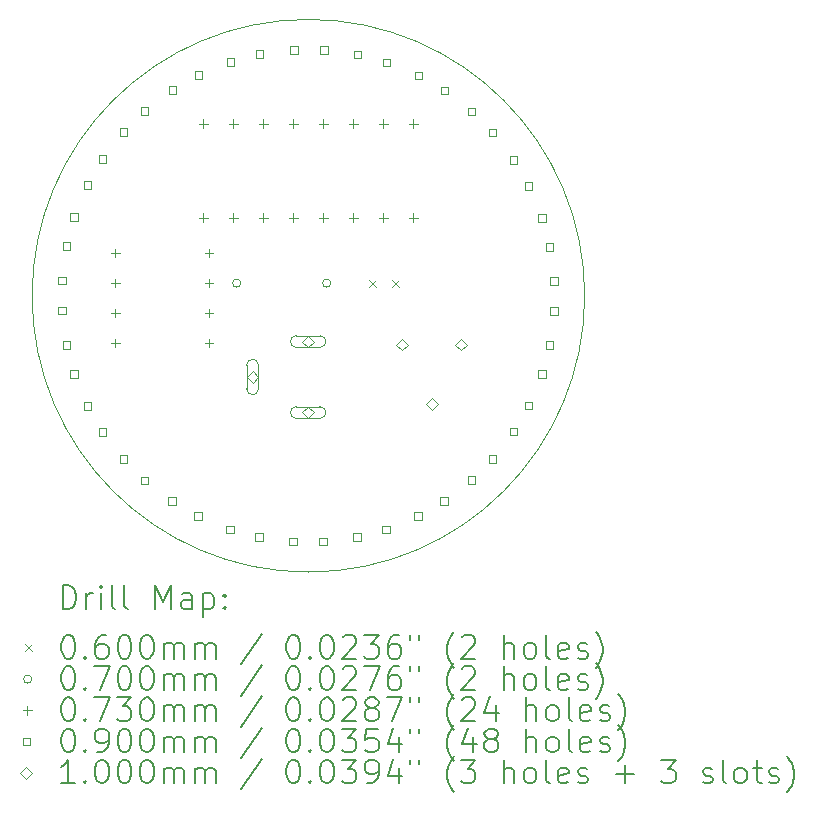
<source format=gbr>
%TF.GenerationSoftware,KiCad,Pcbnew,8.0.9*%
%TF.CreationDate,2025-12-11T14:47:31+01:00*%
%TF.ProjectId,Project,50726f6a-6563-4742-9e6b-696361645f70,rev?*%
%TF.SameCoordinates,Original*%
%TF.FileFunction,Drillmap*%
%TF.FilePolarity,Positive*%
%FSLAX45Y45*%
G04 Gerber Fmt 4.5, Leading zero omitted, Abs format (unit mm)*
G04 Created by KiCad (PCBNEW 8.0.9) date 2025-12-11 14:47:31*
%MOMM*%
%LPD*%
G01*
G04 APERTURE LIST*
%ADD10C,0.050000*%
%ADD11C,0.200000*%
%ADD12C,0.100000*%
G04 APERTURE END LIST*
D10*
X18303241Y-6687820D02*
G75*
G02*
X13624559Y-6687820I-2339341J0D01*
G01*
X13624559Y-6687820D02*
G75*
G02*
X18303241Y-6687820I2339341J0D01*
G01*
D11*
D12*
X16474180Y-6551140D02*
X16534180Y-6611140D01*
X16534180Y-6551140D02*
X16474180Y-6611140D01*
X16674180Y-6551140D02*
X16734180Y-6611140D01*
X16734180Y-6551140D02*
X16674180Y-6611140D01*
X15391840Y-6581140D02*
G75*
G02*
X15321840Y-6581140I-35000J0D01*
G01*
X15321840Y-6581140D02*
G75*
G02*
X15391840Y-6581140I35000J0D01*
G01*
X16153840Y-6581140D02*
G75*
G02*
X16083840Y-6581140I-35000J0D01*
G01*
X16083840Y-6581140D02*
G75*
G02*
X16153840Y-6581140I35000J0D01*
G01*
X14329160Y-6290640D02*
X14329160Y-6363640D01*
X14292660Y-6327140D02*
X14365660Y-6327140D01*
X14329160Y-6544640D02*
X14329160Y-6617640D01*
X14292660Y-6581140D02*
X14365660Y-6581140D01*
X14329160Y-6798640D02*
X14329160Y-6871640D01*
X14292660Y-6835140D02*
X14365660Y-6835140D01*
X14329160Y-7052640D02*
X14329160Y-7125640D01*
X14292660Y-7089140D02*
X14365660Y-7089140D01*
X15074900Y-5989140D02*
X15074900Y-6062140D01*
X15038400Y-6025640D02*
X15111400Y-6025640D01*
X15074900Y-5195140D02*
X15074900Y-5268140D01*
X15038400Y-5231640D02*
X15111400Y-5231640D01*
X15123160Y-6290640D02*
X15123160Y-6363640D01*
X15086660Y-6327140D02*
X15159660Y-6327140D01*
X15123160Y-6544640D02*
X15123160Y-6617640D01*
X15086660Y-6581140D02*
X15159660Y-6581140D01*
X15123160Y-6798640D02*
X15123160Y-6871640D01*
X15086660Y-6835140D02*
X15159660Y-6835140D01*
X15123160Y-7052640D02*
X15123160Y-7125640D01*
X15086660Y-7089140D02*
X15159660Y-7089140D01*
X15328900Y-5195140D02*
X15328900Y-5268140D01*
X15292400Y-5231640D02*
X15365400Y-5231640D01*
X15328900Y-5989140D02*
X15328900Y-6062140D01*
X15292400Y-6025640D02*
X15365400Y-6025640D01*
X15582900Y-5195140D02*
X15582900Y-5268140D01*
X15546400Y-5231640D02*
X15619400Y-5231640D01*
X15582900Y-5989140D02*
X15582900Y-6062140D01*
X15546400Y-6025640D02*
X15619400Y-6025640D01*
X15836900Y-5989140D02*
X15836900Y-6062140D01*
X15800400Y-6025640D02*
X15873400Y-6025640D01*
X15836900Y-5195140D02*
X15836900Y-5268140D01*
X15800400Y-5231640D02*
X15873400Y-5231640D01*
X16090900Y-5989140D02*
X16090900Y-6062140D01*
X16054400Y-6025640D02*
X16127400Y-6025640D01*
X16090900Y-5195140D02*
X16090900Y-5268140D01*
X16054400Y-5231640D02*
X16127400Y-5231640D01*
X16344900Y-5195140D02*
X16344900Y-5268140D01*
X16308400Y-5231640D02*
X16381400Y-5231640D01*
X16344900Y-5989140D02*
X16344900Y-6062140D01*
X16308400Y-6025640D02*
X16381400Y-6025640D01*
X16598900Y-5195140D02*
X16598900Y-5268140D01*
X16562400Y-5231640D02*
X16635400Y-5231640D01*
X16598900Y-5989140D02*
X16598900Y-6062140D01*
X16562400Y-6025640D02*
X16635400Y-6025640D01*
X16852900Y-5989140D02*
X16852900Y-6062140D01*
X16816400Y-6025640D02*
X16889400Y-6025640D01*
X16852900Y-5195140D02*
X16852900Y-5268140D01*
X16816400Y-5231640D02*
X16889400Y-5231640D01*
X13907840Y-6844100D02*
X13907840Y-6780460D01*
X13844200Y-6780460D01*
X13844200Y-6844100D01*
X13907840Y-6844100D01*
X13907840Y-6590100D02*
X13907840Y-6526460D01*
X13844200Y-6526460D01*
X13844200Y-6590100D01*
X13907840Y-6590100D01*
X13946090Y-7135447D02*
X13946090Y-7071807D01*
X13882450Y-7071807D01*
X13882450Y-7135447D01*
X13946090Y-7135447D01*
X13946240Y-6299505D02*
X13946240Y-6235865D01*
X13882600Y-6235865D01*
X13882600Y-6299505D01*
X13946240Y-6299505D01*
X14011830Y-7380793D02*
X14011830Y-7317153D01*
X13948190Y-7317153D01*
X13948190Y-7380793D01*
X14011830Y-7380793D01*
X14011980Y-6054160D02*
X14011980Y-5990520D01*
X13948340Y-5990520D01*
X13948340Y-6054160D01*
X14011980Y-6054160D01*
X14123740Y-5783911D02*
X14123740Y-5720270D01*
X14060100Y-5720270D01*
X14060100Y-5783911D01*
X14123740Y-5783911D01*
X14123740Y-7651820D02*
X14123740Y-7588180D01*
X14060100Y-7588180D01*
X14060100Y-7651820D01*
X14123740Y-7651820D01*
X14250740Y-5563940D02*
X14250740Y-5500300D01*
X14187100Y-5500300D01*
X14187100Y-5563940D01*
X14250740Y-5563940D01*
X14250740Y-7871791D02*
X14250740Y-7808150D01*
X14187100Y-7808150D01*
X14187100Y-7871791D01*
X14250740Y-7871791D01*
X14429275Y-5334605D02*
X14429275Y-5270965D01*
X14365635Y-5270965D01*
X14365635Y-5334605D01*
X14429275Y-5334605D01*
X14430177Y-8103037D02*
X14430177Y-8039397D01*
X14366537Y-8039397D01*
X14366537Y-8103037D01*
X14430177Y-8103037D01*
X14608880Y-5155000D02*
X14608880Y-5091360D01*
X14545240Y-5091360D01*
X14545240Y-5155000D01*
X14608880Y-5155000D01*
X14609783Y-8282643D02*
X14609783Y-8219002D01*
X14546142Y-8219002D01*
X14546142Y-8282643D01*
X14609783Y-8282643D01*
X14841029Y-8459540D02*
X14841029Y-8395900D01*
X14777389Y-8395900D01*
X14777389Y-8459540D01*
X14841029Y-8459540D01*
X14843570Y-4977200D02*
X14843570Y-4913560D01*
X14779929Y-4913560D01*
X14779929Y-4977200D01*
X14843570Y-4977200D01*
X15061000Y-8586540D02*
X15061000Y-8522900D01*
X14997360Y-8522900D01*
X14997360Y-8586540D01*
X15061000Y-8586540D01*
X15063540Y-4850200D02*
X15063540Y-4786560D01*
X14999900Y-4786560D01*
X14999900Y-4850200D01*
X15063540Y-4850200D01*
X15330240Y-8698300D02*
X15330240Y-8634660D01*
X15266600Y-8634660D01*
X15266600Y-8698300D01*
X15330240Y-8698300D01*
X15336355Y-4740680D02*
X15336355Y-4677040D01*
X15272715Y-4677040D01*
X15272715Y-4740680D01*
X15336355Y-4740680D01*
X15575586Y-8764040D02*
X15575586Y-8700400D01*
X15511945Y-8700400D01*
X15511945Y-8764040D01*
X15575586Y-8764040D01*
X15581700Y-4674940D02*
X15581700Y-4611300D01*
X15518060Y-4611300D01*
X15518060Y-4674940D01*
X15581700Y-4674940D01*
X15863640Y-8802440D02*
X15863640Y-8738800D01*
X15800000Y-8738800D01*
X15800000Y-8802440D01*
X15863640Y-8802440D01*
X15871820Y-4639380D02*
X15871820Y-4575740D01*
X15808180Y-4575740D01*
X15808180Y-4639380D01*
X15871820Y-4639380D01*
X16117640Y-8802440D02*
X16117640Y-8738800D01*
X16054000Y-8738800D01*
X16054000Y-8802440D01*
X16117640Y-8802440D01*
X16125820Y-4639380D02*
X16125820Y-4575740D01*
X16062180Y-4575740D01*
X16062180Y-4639380D01*
X16125820Y-4639380D01*
X16407200Y-8764340D02*
X16407200Y-8700700D01*
X16343560Y-8700700D01*
X16343560Y-8764340D01*
X16407200Y-8764340D01*
X16413315Y-4677780D02*
X16413315Y-4614140D01*
X16349675Y-4614140D01*
X16349675Y-4677780D01*
X16413315Y-4677780D01*
X16652545Y-8698600D02*
X16652545Y-8634960D01*
X16588905Y-8634960D01*
X16588905Y-8698600D01*
X16652545Y-8698600D01*
X16658660Y-4743520D02*
X16658660Y-4679880D01*
X16595020Y-4679880D01*
X16595020Y-4743520D01*
X16658660Y-4743520D01*
X16922820Y-8586540D02*
X16922820Y-8522900D01*
X16859180Y-8522900D01*
X16859180Y-8586540D01*
X16922820Y-8586540D01*
X16927135Y-4855280D02*
X16927135Y-4791640D01*
X16863495Y-4791640D01*
X16863495Y-4855280D01*
X16927135Y-4855280D01*
X17142791Y-8459540D02*
X17142791Y-8395900D01*
X17079151Y-8395900D01*
X17079151Y-8459540D01*
X17142791Y-8459540D01*
X17147105Y-4982280D02*
X17147105Y-4918640D01*
X17083465Y-4918640D01*
X17083465Y-4982280D01*
X17147105Y-4982280D01*
X17374940Y-8281740D02*
X17374940Y-8218100D01*
X17311300Y-8218100D01*
X17311300Y-8281740D01*
X17374940Y-8281740D01*
X17376578Y-5159178D02*
X17376578Y-5095537D01*
X17312937Y-5095537D01*
X17312937Y-5159178D01*
X17376578Y-5159178D01*
X17554545Y-8102135D02*
X17554545Y-8038495D01*
X17490905Y-8038495D01*
X17490905Y-8102135D01*
X17554545Y-8102135D01*
X17556183Y-5338783D02*
X17556183Y-5275142D01*
X17492543Y-5275142D01*
X17492543Y-5338783D01*
X17556183Y-5338783D01*
X17733080Y-5570795D02*
X17733080Y-5507155D01*
X17669440Y-5507155D01*
X17669440Y-5570795D01*
X17733080Y-5570795D01*
X17733080Y-7870260D02*
X17733080Y-7806620D01*
X17669440Y-7806620D01*
X17669440Y-7870260D01*
X17733080Y-7870260D01*
X17860080Y-7650289D02*
X17860080Y-7586649D01*
X17796440Y-7586649D01*
X17796440Y-7650289D01*
X17860080Y-7650289D01*
X17860080Y-5790765D02*
X17860080Y-5727125D01*
X17796440Y-5727125D01*
X17796440Y-5790765D01*
X17860080Y-5790765D01*
X17971840Y-7382580D02*
X17971840Y-7318940D01*
X17908200Y-7318940D01*
X17908200Y-7382580D01*
X17971840Y-7382580D01*
X17972140Y-6060275D02*
X17972140Y-5996635D01*
X17908500Y-5996635D01*
X17908500Y-6060275D01*
X17972140Y-6060275D01*
X18037580Y-7137235D02*
X18037580Y-7073595D01*
X17973940Y-7073595D01*
X17973940Y-7137235D01*
X18037580Y-7137235D01*
X18037880Y-6305620D02*
X18037880Y-6241980D01*
X17974240Y-6241980D01*
X17974240Y-6305620D01*
X18037880Y-6305620D01*
X18075980Y-6595180D02*
X18075980Y-6531540D01*
X18012340Y-6531540D01*
X18012340Y-6595180D01*
X18075980Y-6595180D01*
X18075980Y-6849180D02*
X18075980Y-6785540D01*
X18012340Y-6785540D01*
X18012340Y-6849180D01*
X18075980Y-6849180D01*
X15491360Y-7425880D02*
X15541360Y-7375880D01*
X15491360Y-7325880D01*
X15441360Y-7375880D01*
X15491360Y-7425880D01*
X15541360Y-7475880D02*
X15541360Y-7275880D01*
X15441360Y-7275880D02*
G75*
G02*
X15541360Y-7275880I50000J0D01*
G01*
X15441360Y-7275880D02*
X15441360Y-7475880D01*
X15441360Y-7475880D02*
G75*
G03*
X15541360Y-7475880I50000J0D01*
G01*
X15961360Y-7725880D02*
X16011360Y-7675880D01*
X15961360Y-7625880D01*
X15911360Y-7675880D01*
X15961360Y-7725880D01*
X15861360Y-7725880D02*
X16061360Y-7725880D01*
X16061360Y-7625880D02*
G75*
G02*
X16061360Y-7725880I0J-50000D01*
G01*
X16061360Y-7625880D02*
X15861360Y-7625880D01*
X15861360Y-7625880D02*
G75*
G03*
X15861360Y-7725880I0J-50000D01*
G01*
X15961360Y-7125880D02*
X16011360Y-7075880D01*
X15961360Y-7025880D01*
X15911360Y-7075880D01*
X15961360Y-7125880D01*
X15861360Y-7125880D02*
X16061360Y-7125880D01*
X16061360Y-7025880D02*
G75*
G02*
X16061360Y-7125880I0J-50000D01*
G01*
X16061360Y-7025880D02*
X15861360Y-7025880D01*
X15861360Y-7025880D02*
G75*
G03*
X15861360Y-7125880I0J-50000D01*
G01*
X16757840Y-7151360D02*
X16807840Y-7101360D01*
X16757840Y-7051360D01*
X16707840Y-7101360D01*
X16757840Y-7151360D01*
X17007840Y-7651360D02*
X17057840Y-7601360D01*
X17007840Y-7551360D01*
X16957840Y-7601360D01*
X17007840Y-7651360D01*
X17257840Y-7151360D02*
X17307840Y-7101360D01*
X17257840Y-7051360D01*
X17207840Y-7101360D01*
X17257840Y-7151360D01*
D11*
X13882835Y-9341145D02*
X13882835Y-9141145D01*
X13882835Y-9141145D02*
X13930454Y-9141145D01*
X13930454Y-9141145D02*
X13959026Y-9150669D01*
X13959026Y-9150669D02*
X13978073Y-9169717D01*
X13978073Y-9169717D02*
X13987597Y-9188764D01*
X13987597Y-9188764D02*
X13997121Y-9226859D01*
X13997121Y-9226859D02*
X13997121Y-9255431D01*
X13997121Y-9255431D02*
X13987597Y-9293526D01*
X13987597Y-9293526D02*
X13978073Y-9312574D01*
X13978073Y-9312574D02*
X13959026Y-9331621D01*
X13959026Y-9331621D02*
X13930454Y-9341145D01*
X13930454Y-9341145D02*
X13882835Y-9341145D01*
X14082835Y-9341145D02*
X14082835Y-9207812D01*
X14082835Y-9245907D02*
X14092359Y-9226859D01*
X14092359Y-9226859D02*
X14101883Y-9217336D01*
X14101883Y-9217336D02*
X14120931Y-9207812D01*
X14120931Y-9207812D02*
X14139978Y-9207812D01*
X14206645Y-9341145D02*
X14206645Y-9207812D01*
X14206645Y-9141145D02*
X14197121Y-9150669D01*
X14197121Y-9150669D02*
X14206645Y-9160193D01*
X14206645Y-9160193D02*
X14216169Y-9150669D01*
X14216169Y-9150669D02*
X14206645Y-9141145D01*
X14206645Y-9141145D02*
X14206645Y-9160193D01*
X14330454Y-9341145D02*
X14311407Y-9331621D01*
X14311407Y-9331621D02*
X14301883Y-9312574D01*
X14301883Y-9312574D02*
X14301883Y-9141145D01*
X14435216Y-9341145D02*
X14416169Y-9331621D01*
X14416169Y-9331621D02*
X14406645Y-9312574D01*
X14406645Y-9312574D02*
X14406645Y-9141145D01*
X14663788Y-9341145D02*
X14663788Y-9141145D01*
X14663788Y-9141145D02*
X14730454Y-9284002D01*
X14730454Y-9284002D02*
X14797121Y-9141145D01*
X14797121Y-9141145D02*
X14797121Y-9341145D01*
X14978073Y-9341145D02*
X14978073Y-9236383D01*
X14978073Y-9236383D02*
X14968550Y-9217336D01*
X14968550Y-9217336D02*
X14949502Y-9207812D01*
X14949502Y-9207812D02*
X14911407Y-9207812D01*
X14911407Y-9207812D02*
X14892359Y-9217336D01*
X14978073Y-9331621D02*
X14959026Y-9341145D01*
X14959026Y-9341145D02*
X14911407Y-9341145D01*
X14911407Y-9341145D02*
X14892359Y-9331621D01*
X14892359Y-9331621D02*
X14882835Y-9312574D01*
X14882835Y-9312574D02*
X14882835Y-9293526D01*
X14882835Y-9293526D02*
X14892359Y-9274479D01*
X14892359Y-9274479D02*
X14911407Y-9264955D01*
X14911407Y-9264955D02*
X14959026Y-9264955D01*
X14959026Y-9264955D02*
X14978073Y-9255431D01*
X15073312Y-9207812D02*
X15073312Y-9407812D01*
X15073312Y-9217336D02*
X15092359Y-9207812D01*
X15092359Y-9207812D02*
X15130454Y-9207812D01*
X15130454Y-9207812D02*
X15149502Y-9217336D01*
X15149502Y-9217336D02*
X15159026Y-9226859D01*
X15159026Y-9226859D02*
X15168550Y-9245907D01*
X15168550Y-9245907D02*
X15168550Y-9303050D01*
X15168550Y-9303050D02*
X15159026Y-9322098D01*
X15159026Y-9322098D02*
X15149502Y-9331621D01*
X15149502Y-9331621D02*
X15130454Y-9341145D01*
X15130454Y-9341145D02*
X15092359Y-9341145D01*
X15092359Y-9341145D02*
X15073312Y-9331621D01*
X15254264Y-9322098D02*
X15263788Y-9331621D01*
X15263788Y-9331621D02*
X15254264Y-9341145D01*
X15254264Y-9341145D02*
X15244740Y-9331621D01*
X15244740Y-9331621D02*
X15254264Y-9322098D01*
X15254264Y-9322098D02*
X15254264Y-9341145D01*
X15254264Y-9217336D02*
X15263788Y-9226859D01*
X15263788Y-9226859D02*
X15254264Y-9236383D01*
X15254264Y-9236383D02*
X15244740Y-9226859D01*
X15244740Y-9226859D02*
X15254264Y-9217336D01*
X15254264Y-9217336D02*
X15254264Y-9236383D01*
D12*
X13562059Y-9639661D02*
X13622059Y-9699661D01*
X13622059Y-9639661D02*
X13562059Y-9699661D01*
D11*
X13920931Y-9561145D02*
X13939978Y-9561145D01*
X13939978Y-9561145D02*
X13959026Y-9570669D01*
X13959026Y-9570669D02*
X13968550Y-9580193D01*
X13968550Y-9580193D02*
X13978073Y-9599240D01*
X13978073Y-9599240D02*
X13987597Y-9637336D01*
X13987597Y-9637336D02*
X13987597Y-9684955D01*
X13987597Y-9684955D02*
X13978073Y-9723050D01*
X13978073Y-9723050D02*
X13968550Y-9742098D01*
X13968550Y-9742098D02*
X13959026Y-9751621D01*
X13959026Y-9751621D02*
X13939978Y-9761145D01*
X13939978Y-9761145D02*
X13920931Y-9761145D01*
X13920931Y-9761145D02*
X13901883Y-9751621D01*
X13901883Y-9751621D02*
X13892359Y-9742098D01*
X13892359Y-9742098D02*
X13882835Y-9723050D01*
X13882835Y-9723050D02*
X13873312Y-9684955D01*
X13873312Y-9684955D02*
X13873312Y-9637336D01*
X13873312Y-9637336D02*
X13882835Y-9599240D01*
X13882835Y-9599240D02*
X13892359Y-9580193D01*
X13892359Y-9580193D02*
X13901883Y-9570669D01*
X13901883Y-9570669D02*
X13920931Y-9561145D01*
X14073312Y-9742098D02*
X14082835Y-9751621D01*
X14082835Y-9751621D02*
X14073312Y-9761145D01*
X14073312Y-9761145D02*
X14063788Y-9751621D01*
X14063788Y-9751621D02*
X14073312Y-9742098D01*
X14073312Y-9742098D02*
X14073312Y-9761145D01*
X14254264Y-9561145D02*
X14216169Y-9561145D01*
X14216169Y-9561145D02*
X14197121Y-9570669D01*
X14197121Y-9570669D02*
X14187597Y-9580193D01*
X14187597Y-9580193D02*
X14168550Y-9608764D01*
X14168550Y-9608764D02*
X14159026Y-9646859D01*
X14159026Y-9646859D02*
X14159026Y-9723050D01*
X14159026Y-9723050D02*
X14168550Y-9742098D01*
X14168550Y-9742098D02*
X14178073Y-9751621D01*
X14178073Y-9751621D02*
X14197121Y-9761145D01*
X14197121Y-9761145D02*
X14235216Y-9761145D01*
X14235216Y-9761145D02*
X14254264Y-9751621D01*
X14254264Y-9751621D02*
X14263788Y-9742098D01*
X14263788Y-9742098D02*
X14273312Y-9723050D01*
X14273312Y-9723050D02*
X14273312Y-9675431D01*
X14273312Y-9675431D02*
X14263788Y-9656383D01*
X14263788Y-9656383D02*
X14254264Y-9646859D01*
X14254264Y-9646859D02*
X14235216Y-9637336D01*
X14235216Y-9637336D02*
X14197121Y-9637336D01*
X14197121Y-9637336D02*
X14178073Y-9646859D01*
X14178073Y-9646859D02*
X14168550Y-9656383D01*
X14168550Y-9656383D02*
X14159026Y-9675431D01*
X14397121Y-9561145D02*
X14416169Y-9561145D01*
X14416169Y-9561145D02*
X14435216Y-9570669D01*
X14435216Y-9570669D02*
X14444740Y-9580193D01*
X14444740Y-9580193D02*
X14454264Y-9599240D01*
X14454264Y-9599240D02*
X14463788Y-9637336D01*
X14463788Y-9637336D02*
X14463788Y-9684955D01*
X14463788Y-9684955D02*
X14454264Y-9723050D01*
X14454264Y-9723050D02*
X14444740Y-9742098D01*
X14444740Y-9742098D02*
X14435216Y-9751621D01*
X14435216Y-9751621D02*
X14416169Y-9761145D01*
X14416169Y-9761145D02*
X14397121Y-9761145D01*
X14397121Y-9761145D02*
X14378073Y-9751621D01*
X14378073Y-9751621D02*
X14368550Y-9742098D01*
X14368550Y-9742098D02*
X14359026Y-9723050D01*
X14359026Y-9723050D02*
X14349502Y-9684955D01*
X14349502Y-9684955D02*
X14349502Y-9637336D01*
X14349502Y-9637336D02*
X14359026Y-9599240D01*
X14359026Y-9599240D02*
X14368550Y-9580193D01*
X14368550Y-9580193D02*
X14378073Y-9570669D01*
X14378073Y-9570669D02*
X14397121Y-9561145D01*
X14587597Y-9561145D02*
X14606645Y-9561145D01*
X14606645Y-9561145D02*
X14625693Y-9570669D01*
X14625693Y-9570669D02*
X14635216Y-9580193D01*
X14635216Y-9580193D02*
X14644740Y-9599240D01*
X14644740Y-9599240D02*
X14654264Y-9637336D01*
X14654264Y-9637336D02*
X14654264Y-9684955D01*
X14654264Y-9684955D02*
X14644740Y-9723050D01*
X14644740Y-9723050D02*
X14635216Y-9742098D01*
X14635216Y-9742098D02*
X14625693Y-9751621D01*
X14625693Y-9751621D02*
X14606645Y-9761145D01*
X14606645Y-9761145D02*
X14587597Y-9761145D01*
X14587597Y-9761145D02*
X14568550Y-9751621D01*
X14568550Y-9751621D02*
X14559026Y-9742098D01*
X14559026Y-9742098D02*
X14549502Y-9723050D01*
X14549502Y-9723050D02*
X14539978Y-9684955D01*
X14539978Y-9684955D02*
X14539978Y-9637336D01*
X14539978Y-9637336D02*
X14549502Y-9599240D01*
X14549502Y-9599240D02*
X14559026Y-9580193D01*
X14559026Y-9580193D02*
X14568550Y-9570669D01*
X14568550Y-9570669D02*
X14587597Y-9561145D01*
X14739978Y-9761145D02*
X14739978Y-9627812D01*
X14739978Y-9646859D02*
X14749502Y-9637336D01*
X14749502Y-9637336D02*
X14768550Y-9627812D01*
X14768550Y-9627812D02*
X14797121Y-9627812D01*
X14797121Y-9627812D02*
X14816169Y-9637336D01*
X14816169Y-9637336D02*
X14825693Y-9656383D01*
X14825693Y-9656383D02*
X14825693Y-9761145D01*
X14825693Y-9656383D02*
X14835216Y-9637336D01*
X14835216Y-9637336D02*
X14854264Y-9627812D01*
X14854264Y-9627812D02*
X14882835Y-9627812D01*
X14882835Y-9627812D02*
X14901883Y-9637336D01*
X14901883Y-9637336D02*
X14911407Y-9656383D01*
X14911407Y-9656383D02*
X14911407Y-9761145D01*
X15006645Y-9761145D02*
X15006645Y-9627812D01*
X15006645Y-9646859D02*
X15016169Y-9637336D01*
X15016169Y-9637336D02*
X15035216Y-9627812D01*
X15035216Y-9627812D02*
X15063788Y-9627812D01*
X15063788Y-9627812D02*
X15082835Y-9637336D01*
X15082835Y-9637336D02*
X15092359Y-9656383D01*
X15092359Y-9656383D02*
X15092359Y-9761145D01*
X15092359Y-9656383D02*
X15101883Y-9637336D01*
X15101883Y-9637336D02*
X15120931Y-9627812D01*
X15120931Y-9627812D02*
X15149502Y-9627812D01*
X15149502Y-9627812D02*
X15168550Y-9637336D01*
X15168550Y-9637336D02*
X15178074Y-9656383D01*
X15178074Y-9656383D02*
X15178074Y-9761145D01*
X15568550Y-9551621D02*
X15397121Y-9808764D01*
X15825693Y-9561145D02*
X15844740Y-9561145D01*
X15844740Y-9561145D02*
X15863788Y-9570669D01*
X15863788Y-9570669D02*
X15873312Y-9580193D01*
X15873312Y-9580193D02*
X15882836Y-9599240D01*
X15882836Y-9599240D02*
X15892359Y-9637336D01*
X15892359Y-9637336D02*
X15892359Y-9684955D01*
X15892359Y-9684955D02*
X15882836Y-9723050D01*
X15882836Y-9723050D02*
X15873312Y-9742098D01*
X15873312Y-9742098D02*
X15863788Y-9751621D01*
X15863788Y-9751621D02*
X15844740Y-9761145D01*
X15844740Y-9761145D02*
X15825693Y-9761145D01*
X15825693Y-9761145D02*
X15806645Y-9751621D01*
X15806645Y-9751621D02*
X15797121Y-9742098D01*
X15797121Y-9742098D02*
X15787597Y-9723050D01*
X15787597Y-9723050D02*
X15778074Y-9684955D01*
X15778074Y-9684955D02*
X15778074Y-9637336D01*
X15778074Y-9637336D02*
X15787597Y-9599240D01*
X15787597Y-9599240D02*
X15797121Y-9580193D01*
X15797121Y-9580193D02*
X15806645Y-9570669D01*
X15806645Y-9570669D02*
X15825693Y-9561145D01*
X15978074Y-9742098D02*
X15987597Y-9751621D01*
X15987597Y-9751621D02*
X15978074Y-9761145D01*
X15978074Y-9761145D02*
X15968550Y-9751621D01*
X15968550Y-9751621D02*
X15978074Y-9742098D01*
X15978074Y-9742098D02*
X15978074Y-9761145D01*
X16111407Y-9561145D02*
X16130455Y-9561145D01*
X16130455Y-9561145D02*
X16149502Y-9570669D01*
X16149502Y-9570669D02*
X16159026Y-9580193D01*
X16159026Y-9580193D02*
X16168550Y-9599240D01*
X16168550Y-9599240D02*
X16178074Y-9637336D01*
X16178074Y-9637336D02*
X16178074Y-9684955D01*
X16178074Y-9684955D02*
X16168550Y-9723050D01*
X16168550Y-9723050D02*
X16159026Y-9742098D01*
X16159026Y-9742098D02*
X16149502Y-9751621D01*
X16149502Y-9751621D02*
X16130455Y-9761145D01*
X16130455Y-9761145D02*
X16111407Y-9761145D01*
X16111407Y-9761145D02*
X16092359Y-9751621D01*
X16092359Y-9751621D02*
X16082836Y-9742098D01*
X16082836Y-9742098D02*
X16073312Y-9723050D01*
X16073312Y-9723050D02*
X16063788Y-9684955D01*
X16063788Y-9684955D02*
X16063788Y-9637336D01*
X16063788Y-9637336D02*
X16073312Y-9599240D01*
X16073312Y-9599240D02*
X16082836Y-9580193D01*
X16082836Y-9580193D02*
X16092359Y-9570669D01*
X16092359Y-9570669D02*
X16111407Y-9561145D01*
X16254264Y-9580193D02*
X16263788Y-9570669D01*
X16263788Y-9570669D02*
X16282836Y-9561145D01*
X16282836Y-9561145D02*
X16330455Y-9561145D01*
X16330455Y-9561145D02*
X16349502Y-9570669D01*
X16349502Y-9570669D02*
X16359026Y-9580193D01*
X16359026Y-9580193D02*
X16368550Y-9599240D01*
X16368550Y-9599240D02*
X16368550Y-9618288D01*
X16368550Y-9618288D02*
X16359026Y-9646859D01*
X16359026Y-9646859D02*
X16244740Y-9761145D01*
X16244740Y-9761145D02*
X16368550Y-9761145D01*
X16435217Y-9561145D02*
X16559026Y-9561145D01*
X16559026Y-9561145D02*
X16492359Y-9637336D01*
X16492359Y-9637336D02*
X16520931Y-9637336D01*
X16520931Y-9637336D02*
X16539978Y-9646859D01*
X16539978Y-9646859D02*
X16549502Y-9656383D01*
X16549502Y-9656383D02*
X16559026Y-9675431D01*
X16559026Y-9675431D02*
X16559026Y-9723050D01*
X16559026Y-9723050D02*
X16549502Y-9742098D01*
X16549502Y-9742098D02*
X16539978Y-9751621D01*
X16539978Y-9751621D02*
X16520931Y-9761145D01*
X16520931Y-9761145D02*
X16463788Y-9761145D01*
X16463788Y-9761145D02*
X16444740Y-9751621D01*
X16444740Y-9751621D02*
X16435217Y-9742098D01*
X16730455Y-9561145D02*
X16692359Y-9561145D01*
X16692359Y-9561145D02*
X16673312Y-9570669D01*
X16673312Y-9570669D02*
X16663788Y-9580193D01*
X16663788Y-9580193D02*
X16644740Y-9608764D01*
X16644740Y-9608764D02*
X16635217Y-9646859D01*
X16635217Y-9646859D02*
X16635217Y-9723050D01*
X16635217Y-9723050D02*
X16644740Y-9742098D01*
X16644740Y-9742098D02*
X16654264Y-9751621D01*
X16654264Y-9751621D02*
X16673312Y-9761145D01*
X16673312Y-9761145D02*
X16711407Y-9761145D01*
X16711407Y-9761145D02*
X16730455Y-9751621D01*
X16730455Y-9751621D02*
X16739978Y-9742098D01*
X16739978Y-9742098D02*
X16749502Y-9723050D01*
X16749502Y-9723050D02*
X16749502Y-9675431D01*
X16749502Y-9675431D02*
X16739978Y-9656383D01*
X16739978Y-9656383D02*
X16730455Y-9646859D01*
X16730455Y-9646859D02*
X16711407Y-9637336D01*
X16711407Y-9637336D02*
X16673312Y-9637336D01*
X16673312Y-9637336D02*
X16654264Y-9646859D01*
X16654264Y-9646859D02*
X16644740Y-9656383D01*
X16644740Y-9656383D02*
X16635217Y-9675431D01*
X16825693Y-9561145D02*
X16825693Y-9599240D01*
X16901883Y-9561145D02*
X16901883Y-9599240D01*
X17197122Y-9837336D02*
X17187598Y-9827812D01*
X17187598Y-9827812D02*
X17168550Y-9799240D01*
X17168550Y-9799240D02*
X17159026Y-9780193D01*
X17159026Y-9780193D02*
X17149502Y-9751621D01*
X17149502Y-9751621D02*
X17139979Y-9704002D01*
X17139979Y-9704002D02*
X17139979Y-9665907D01*
X17139979Y-9665907D02*
X17149502Y-9618288D01*
X17149502Y-9618288D02*
X17159026Y-9589717D01*
X17159026Y-9589717D02*
X17168550Y-9570669D01*
X17168550Y-9570669D02*
X17187598Y-9542098D01*
X17187598Y-9542098D02*
X17197122Y-9532574D01*
X17263788Y-9580193D02*
X17273312Y-9570669D01*
X17273312Y-9570669D02*
X17292360Y-9561145D01*
X17292360Y-9561145D02*
X17339979Y-9561145D01*
X17339979Y-9561145D02*
X17359026Y-9570669D01*
X17359026Y-9570669D02*
X17368550Y-9580193D01*
X17368550Y-9580193D02*
X17378074Y-9599240D01*
X17378074Y-9599240D02*
X17378074Y-9618288D01*
X17378074Y-9618288D02*
X17368550Y-9646859D01*
X17368550Y-9646859D02*
X17254264Y-9761145D01*
X17254264Y-9761145D02*
X17378074Y-9761145D01*
X17616169Y-9761145D02*
X17616169Y-9561145D01*
X17701883Y-9761145D02*
X17701883Y-9656383D01*
X17701883Y-9656383D02*
X17692360Y-9637336D01*
X17692360Y-9637336D02*
X17673312Y-9627812D01*
X17673312Y-9627812D02*
X17644741Y-9627812D01*
X17644741Y-9627812D02*
X17625693Y-9637336D01*
X17625693Y-9637336D02*
X17616169Y-9646859D01*
X17825693Y-9761145D02*
X17806645Y-9751621D01*
X17806645Y-9751621D02*
X17797122Y-9742098D01*
X17797122Y-9742098D02*
X17787598Y-9723050D01*
X17787598Y-9723050D02*
X17787598Y-9665907D01*
X17787598Y-9665907D02*
X17797122Y-9646859D01*
X17797122Y-9646859D02*
X17806645Y-9637336D01*
X17806645Y-9637336D02*
X17825693Y-9627812D01*
X17825693Y-9627812D02*
X17854264Y-9627812D01*
X17854264Y-9627812D02*
X17873312Y-9637336D01*
X17873312Y-9637336D02*
X17882836Y-9646859D01*
X17882836Y-9646859D02*
X17892360Y-9665907D01*
X17892360Y-9665907D02*
X17892360Y-9723050D01*
X17892360Y-9723050D02*
X17882836Y-9742098D01*
X17882836Y-9742098D02*
X17873312Y-9751621D01*
X17873312Y-9751621D02*
X17854264Y-9761145D01*
X17854264Y-9761145D02*
X17825693Y-9761145D01*
X18006645Y-9761145D02*
X17987598Y-9751621D01*
X17987598Y-9751621D02*
X17978074Y-9732574D01*
X17978074Y-9732574D02*
X17978074Y-9561145D01*
X18159026Y-9751621D02*
X18139979Y-9761145D01*
X18139979Y-9761145D02*
X18101883Y-9761145D01*
X18101883Y-9761145D02*
X18082836Y-9751621D01*
X18082836Y-9751621D02*
X18073312Y-9732574D01*
X18073312Y-9732574D02*
X18073312Y-9656383D01*
X18073312Y-9656383D02*
X18082836Y-9637336D01*
X18082836Y-9637336D02*
X18101883Y-9627812D01*
X18101883Y-9627812D02*
X18139979Y-9627812D01*
X18139979Y-9627812D02*
X18159026Y-9637336D01*
X18159026Y-9637336D02*
X18168550Y-9656383D01*
X18168550Y-9656383D02*
X18168550Y-9675431D01*
X18168550Y-9675431D02*
X18073312Y-9694479D01*
X18244741Y-9751621D02*
X18263788Y-9761145D01*
X18263788Y-9761145D02*
X18301883Y-9761145D01*
X18301883Y-9761145D02*
X18320931Y-9751621D01*
X18320931Y-9751621D02*
X18330455Y-9732574D01*
X18330455Y-9732574D02*
X18330455Y-9723050D01*
X18330455Y-9723050D02*
X18320931Y-9704002D01*
X18320931Y-9704002D02*
X18301883Y-9694479D01*
X18301883Y-9694479D02*
X18273312Y-9694479D01*
X18273312Y-9694479D02*
X18254264Y-9684955D01*
X18254264Y-9684955D02*
X18244741Y-9665907D01*
X18244741Y-9665907D02*
X18244741Y-9656383D01*
X18244741Y-9656383D02*
X18254264Y-9637336D01*
X18254264Y-9637336D02*
X18273312Y-9627812D01*
X18273312Y-9627812D02*
X18301883Y-9627812D01*
X18301883Y-9627812D02*
X18320931Y-9637336D01*
X18397122Y-9837336D02*
X18406645Y-9827812D01*
X18406645Y-9827812D02*
X18425693Y-9799240D01*
X18425693Y-9799240D02*
X18435217Y-9780193D01*
X18435217Y-9780193D02*
X18444741Y-9751621D01*
X18444741Y-9751621D02*
X18454264Y-9704002D01*
X18454264Y-9704002D02*
X18454264Y-9665907D01*
X18454264Y-9665907D02*
X18444741Y-9618288D01*
X18444741Y-9618288D02*
X18435217Y-9589717D01*
X18435217Y-9589717D02*
X18425693Y-9570669D01*
X18425693Y-9570669D02*
X18406645Y-9542098D01*
X18406645Y-9542098D02*
X18397122Y-9532574D01*
D12*
X13622059Y-9933661D02*
G75*
G02*
X13552059Y-9933661I-35000J0D01*
G01*
X13552059Y-9933661D02*
G75*
G02*
X13622059Y-9933661I35000J0D01*
G01*
D11*
X13920931Y-9825145D02*
X13939978Y-9825145D01*
X13939978Y-9825145D02*
X13959026Y-9834669D01*
X13959026Y-9834669D02*
X13968550Y-9844193D01*
X13968550Y-9844193D02*
X13978073Y-9863240D01*
X13978073Y-9863240D02*
X13987597Y-9901336D01*
X13987597Y-9901336D02*
X13987597Y-9948955D01*
X13987597Y-9948955D02*
X13978073Y-9987050D01*
X13978073Y-9987050D02*
X13968550Y-10006098D01*
X13968550Y-10006098D02*
X13959026Y-10015621D01*
X13959026Y-10015621D02*
X13939978Y-10025145D01*
X13939978Y-10025145D02*
X13920931Y-10025145D01*
X13920931Y-10025145D02*
X13901883Y-10015621D01*
X13901883Y-10015621D02*
X13892359Y-10006098D01*
X13892359Y-10006098D02*
X13882835Y-9987050D01*
X13882835Y-9987050D02*
X13873312Y-9948955D01*
X13873312Y-9948955D02*
X13873312Y-9901336D01*
X13873312Y-9901336D02*
X13882835Y-9863240D01*
X13882835Y-9863240D02*
X13892359Y-9844193D01*
X13892359Y-9844193D02*
X13901883Y-9834669D01*
X13901883Y-9834669D02*
X13920931Y-9825145D01*
X14073312Y-10006098D02*
X14082835Y-10015621D01*
X14082835Y-10015621D02*
X14073312Y-10025145D01*
X14073312Y-10025145D02*
X14063788Y-10015621D01*
X14063788Y-10015621D02*
X14073312Y-10006098D01*
X14073312Y-10006098D02*
X14073312Y-10025145D01*
X14149502Y-9825145D02*
X14282835Y-9825145D01*
X14282835Y-9825145D02*
X14197121Y-10025145D01*
X14397121Y-9825145D02*
X14416169Y-9825145D01*
X14416169Y-9825145D02*
X14435216Y-9834669D01*
X14435216Y-9834669D02*
X14444740Y-9844193D01*
X14444740Y-9844193D02*
X14454264Y-9863240D01*
X14454264Y-9863240D02*
X14463788Y-9901336D01*
X14463788Y-9901336D02*
X14463788Y-9948955D01*
X14463788Y-9948955D02*
X14454264Y-9987050D01*
X14454264Y-9987050D02*
X14444740Y-10006098D01*
X14444740Y-10006098D02*
X14435216Y-10015621D01*
X14435216Y-10015621D02*
X14416169Y-10025145D01*
X14416169Y-10025145D02*
X14397121Y-10025145D01*
X14397121Y-10025145D02*
X14378073Y-10015621D01*
X14378073Y-10015621D02*
X14368550Y-10006098D01*
X14368550Y-10006098D02*
X14359026Y-9987050D01*
X14359026Y-9987050D02*
X14349502Y-9948955D01*
X14349502Y-9948955D02*
X14349502Y-9901336D01*
X14349502Y-9901336D02*
X14359026Y-9863240D01*
X14359026Y-9863240D02*
X14368550Y-9844193D01*
X14368550Y-9844193D02*
X14378073Y-9834669D01*
X14378073Y-9834669D02*
X14397121Y-9825145D01*
X14587597Y-9825145D02*
X14606645Y-9825145D01*
X14606645Y-9825145D02*
X14625693Y-9834669D01*
X14625693Y-9834669D02*
X14635216Y-9844193D01*
X14635216Y-9844193D02*
X14644740Y-9863240D01*
X14644740Y-9863240D02*
X14654264Y-9901336D01*
X14654264Y-9901336D02*
X14654264Y-9948955D01*
X14654264Y-9948955D02*
X14644740Y-9987050D01*
X14644740Y-9987050D02*
X14635216Y-10006098D01*
X14635216Y-10006098D02*
X14625693Y-10015621D01*
X14625693Y-10015621D02*
X14606645Y-10025145D01*
X14606645Y-10025145D02*
X14587597Y-10025145D01*
X14587597Y-10025145D02*
X14568550Y-10015621D01*
X14568550Y-10015621D02*
X14559026Y-10006098D01*
X14559026Y-10006098D02*
X14549502Y-9987050D01*
X14549502Y-9987050D02*
X14539978Y-9948955D01*
X14539978Y-9948955D02*
X14539978Y-9901336D01*
X14539978Y-9901336D02*
X14549502Y-9863240D01*
X14549502Y-9863240D02*
X14559026Y-9844193D01*
X14559026Y-9844193D02*
X14568550Y-9834669D01*
X14568550Y-9834669D02*
X14587597Y-9825145D01*
X14739978Y-10025145D02*
X14739978Y-9891812D01*
X14739978Y-9910859D02*
X14749502Y-9901336D01*
X14749502Y-9901336D02*
X14768550Y-9891812D01*
X14768550Y-9891812D02*
X14797121Y-9891812D01*
X14797121Y-9891812D02*
X14816169Y-9901336D01*
X14816169Y-9901336D02*
X14825693Y-9920383D01*
X14825693Y-9920383D02*
X14825693Y-10025145D01*
X14825693Y-9920383D02*
X14835216Y-9901336D01*
X14835216Y-9901336D02*
X14854264Y-9891812D01*
X14854264Y-9891812D02*
X14882835Y-9891812D01*
X14882835Y-9891812D02*
X14901883Y-9901336D01*
X14901883Y-9901336D02*
X14911407Y-9920383D01*
X14911407Y-9920383D02*
X14911407Y-10025145D01*
X15006645Y-10025145D02*
X15006645Y-9891812D01*
X15006645Y-9910859D02*
X15016169Y-9901336D01*
X15016169Y-9901336D02*
X15035216Y-9891812D01*
X15035216Y-9891812D02*
X15063788Y-9891812D01*
X15063788Y-9891812D02*
X15082835Y-9901336D01*
X15082835Y-9901336D02*
X15092359Y-9920383D01*
X15092359Y-9920383D02*
X15092359Y-10025145D01*
X15092359Y-9920383D02*
X15101883Y-9901336D01*
X15101883Y-9901336D02*
X15120931Y-9891812D01*
X15120931Y-9891812D02*
X15149502Y-9891812D01*
X15149502Y-9891812D02*
X15168550Y-9901336D01*
X15168550Y-9901336D02*
X15178074Y-9920383D01*
X15178074Y-9920383D02*
X15178074Y-10025145D01*
X15568550Y-9815621D02*
X15397121Y-10072764D01*
X15825693Y-9825145D02*
X15844740Y-9825145D01*
X15844740Y-9825145D02*
X15863788Y-9834669D01*
X15863788Y-9834669D02*
X15873312Y-9844193D01*
X15873312Y-9844193D02*
X15882836Y-9863240D01*
X15882836Y-9863240D02*
X15892359Y-9901336D01*
X15892359Y-9901336D02*
X15892359Y-9948955D01*
X15892359Y-9948955D02*
X15882836Y-9987050D01*
X15882836Y-9987050D02*
X15873312Y-10006098D01*
X15873312Y-10006098D02*
X15863788Y-10015621D01*
X15863788Y-10015621D02*
X15844740Y-10025145D01*
X15844740Y-10025145D02*
X15825693Y-10025145D01*
X15825693Y-10025145D02*
X15806645Y-10015621D01*
X15806645Y-10015621D02*
X15797121Y-10006098D01*
X15797121Y-10006098D02*
X15787597Y-9987050D01*
X15787597Y-9987050D02*
X15778074Y-9948955D01*
X15778074Y-9948955D02*
X15778074Y-9901336D01*
X15778074Y-9901336D02*
X15787597Y-9863240D01*
X15787597Y-9863240D02*
X15797121Y-9844193D01*
X15797121Y-9844193D02*
X15806645Y-9834669D01*
X15806645Y-9834669D02*
X15825693Y-9825145D01*
X15978074Y-10006098D02*
X15987597Y-10015621D01*
X15987597Y-10015621D02*
X15978074Y-10025145D01*
X15978074Y-10025145D02*
X15968550Y-10015621D01*
X15968550Y-10015621D02*
X15978074Y-10006098D01*
X15978074Y-10006098D02*
X15978074Y-10025145D01*
X16111407Y-9825145D02*
X16130455Y-9825145D01*
X16130455Y-9825145D02*
X16149502Y-9834669D01*
X16149502Y-9834669D02*
X16159026Y-9844193D01*
X16159026Y-9844193D02*
X16168550Y-9863240D01*
X16168550Y-9863240D02*
X16178074Y-9901336D01*
X16178074Y-9901336D02*
X16178074Y-9948955D01*
X16178074Y-9948955D02*
X16168550Y-9987050D01*
X16168550Y-9987050D02*
X16159026Y-10006098D01*
X16159026Y-10006098D02*
X16149502Y-10015621D01*
X16149502Y-10015621D02*
X16130455Y-10025145D01*
X16130455Y-10025145D02*
X16111407Y-10025145D01*
X16111407Y-10025145D02*
X16092359Y-10015621D01*
X16092359Y-10015621D02*
X16082836Y-10006098D01*
X16082836Y-10006098D02*
X16073312Y-9987050D01*
X16073312Y-9987050D02*
X16063788Y-9948955D01*
X16063788Y-9948955D02*
X16063788Y-9901336D01*
X16063788Y-9901336D02*
X16073312Y-9863240D01*
X16073312Y-9863240D02*
X16082836Y-9844193D01*
X16082836Y-9844193D02*
X16092359Y-9834669D01*
X16092359Y-9834669D02*
X16111407Y-9825145D01*
X16254264Y-9844193D02*
X16263788Y-9834669D01*
X16263788Y-9834669D02*
X16282836Y-9825145D01*
X16282836Y-9825145D02*
X16330455Y-9825145D01*
X16330455Y-9825145D02*
X16349502Y-9834669D01*
X16349502Y-9834669D02*
X16359026Y-9844193D01*
X16359026Y-9844193D02*
X16368550Y-9863240D01*
X16368550Y-9863240D02*
X16368550Y-9882288D01*
X16368550Y-9882288D02*
X16359026Y-9910859D01*
X16359026Y-9910859D02*
X16244740Y-10025145D01*
X16244740Y-10025145D02*
X16368550Y-10025145D01*
X16435217Y-9825145D02*
X16568550Y-9825145D01*
X16568550Y-9825145D02*
X16482836Y-10025145D01*
X16730455Y-9825145D02*
X16692359Y-9825145D01*
X16692359Y-9825145D02*
X16673312Y-9834669D01*
X16673312Y-9834669D02*
X16663788Y-9844193D01*
X16663788Y-9844193D02*
X16644740Y-9872764D01*
X16644740Y-9872764D02*
X16635217Y-9910859D01*
X16635217Y-9910859D02*
X16635217Y-9987050D01*
X16635217Y-9987050D02*
X16644740Y-10006098D01*
X16644740Y-10006098D02*
X16654264Y-10015621D01*
X16654264Y-10015621D02*
X16673312Y-10025145D01*
X16673312Y-10025145D02*
X16711407Y-10025145D01*
X16711407Y-10025145D02*
X16730455Y-10015621D01*
X16730455Y-10015621D02*
X16739978Y-10006098D01*
X16739978Y-10006098D02*
X16749502Y-9987050D01*
X16749502Y-9987050D02*
X16749502Y-9939431D01*
X16749502Y-9939431D02*
X16739978Y-9920383D01*
X16739978Y-9920383D02*
X16730455Y-9910859D01*
X16730455Y-9910859D02*
X16711407Y-9901336D01*
X16711407Y-9901336D02*
X16673312Y-9901336D01*
X16673312Y-9901336D02*
X16654264Y-9910859D01*
X16654264Y-9910859D02*
X16644740Y-9920383D01*
X16644740Y-9920383D02*
X16635217Y-9939431D01*
X16825693Y-9825145D02*
X16825693Y-9863240D01*
X16901883Y-9825145D02*
X16901883Y-9863240D01*
X17197122Y-10101336D02*
X17187598Y-10091812D01*
X17187598Y-10091812D02*
X17168550Y-10063240D01*
X17168550Y-10063240D02*
X17159026Y-10044193D01*
X17159026Y-10044193D02*
X17149502Y-10015621D01*
X17149502Y-10015621D02*
X17139979Y-9968002D01*
X17139979Y-9968002D02*
X17139979Y-9929907D01*
X17139979Y-9929907D02*
X17149502Y-9882288D01*
X17149502Y-9882288D02*
X17159026Y-9853717D01*
X17159026Y-9853717D02*
X17168550Y-9834669D01*
X17168550Y-9834669D02*
X17187598Y-9806098D01*
X17187598Y-9806098D02*
X17197122Y-9796574D01*
X17263788Y-9844193D02*
X17273312Y-9834669D01*
X17273312Y-9834669D02*
X17292360Y-9825145D01*
X17292360Y-9825145D02*
X17339979Y-9825145D01*
X17339979Y-9825145D02*
X17359026Y-9834669D01*
X17359026Y-9834669D02*
X17368550Y-9844193D01*
X17368550Y-9844193D02*
X17378074Y-9863240D01*
X17378074Y-9863240D02*
X17378074Y-9882288D01*
X17378074Y-9882288D02*
X17368550Y-9910859D01*
X17368550Y-9910859D02*
X17254264Y-10025145D01*
X17254264Y-10025145D02*
X17378074Y-10025145D01*
X17616169Y-10025145D02*
X17616169Y-9825145D01*
X17701883Y-10025145D02*
X17701883Y-9920383D01*
X17701883Y-9920383D02*
X17692360Y-9901336D01*
X17692360Y-9901336D02*
X17673312Y-9891812D01*
X17673312Y-9891812D02*
X17644741Y-9891812D01*
X17644741Y-9891812D02*
X17625693Y-9901336D01*
X17625693Y-9901336D02*
X17616169Y-9910859D01*
X17825693Y-10025145D02*
X17806645Y-10015621D01*
X17806645Y-10015621D02*
X17797122Y-10006098D01*
X17797122Y-10006098D02*
X17787598Y-9987050D01*
X17787598Y-9987050D02*
X17787598Y-9929907D01*
X17787598Y-9929907D02*
X17797122Y-9910859D01*
X17797122Y-9910859D02*
X17806645Y-9901336D01*
X17806645Y-9901336D02*
X17825693Y-9891812D01*
X17825693Y-9891812D02*
X17854264Y-9891812D01*
X17854264Y-9891812D02*
X17873312Y-9901336D01*
X17873312Y-9901336D02*
X17882836Y-9910859D01*
X17882836Y-9910859D02*
X17892360Y-9929907D01*
X17892360Y-9929907D02*
X17892360Y-9987050D01*
X17892360Y-9987050D02*
X17882836Y-10006098D01*
X17882836Y-10006098D02*
X17873312Y-10015621D01*
X17873312Y-10015621D02*
X17854264Y-10025145D01*
X17854264Y-10025145D02*
X17825693Y-10025145D01*
X18006645Y-10025145D02*
X17987598Y-10015621D01*
X17987598Y-10015621D02*
X17978074Y-9996574D01*
X17978074Y-9996574D02*
X17978074Y-9825145D01*
X18159026Y-10015621D02*
X18139979Y-10025145D01*
X18139979Y-10025145D02*
X18101883Y-10025145D01*
X18101883Y-10025145D02*
X18082836Y-10015621D01*
X18082836Y-10015621D02*
X18073312Y-9996574D01*
X18073312Y-9996574D02*
X18073312Y-9920383D01*
X18073312Y-9920383D02*
X18082836Y-9901336D01*
X18082836Y-9901336D02*
X18101883Y-9891812D01*
X18101883Y-9891812D02*
X18139979Y-9891812D01*
X18139979Y-9891812D02*
X18159026Y-9901336D01*
X18159026Y-9901336D02*
X18168550Y-9920383D01*
X18168550Y-9920383D02*
X18168550Y-9939431D01*
X18168550Y-9939431D02*
X18073312Y-9958479D01*
X18244741Y-10015621D02*
X18263788Y-10025145D01*
X18263788Y-10025145D02*
X18301883Y-10025145D01*
X18301883Y-10025145D02*
X18320931Y-10015621D01*
X18320931Y-10015621D02*
X18330455Y-9996574D01*
X18330455Y-9996574D02*
X18330455Y-9987050D01*
X18330455Y-9987050D02*
X18320931Y-9968002D01*
X18320931Y-9968002D02*
X18301883Y-9958479D01*
X18301883Y-9958479D02*
X18273312Y-9958479D01*
X18273312Y-9958479D02*
X18254264Y-9948955D01*
X18254264Y-9948955D02*
X18244741Y-9929907D01*
X18244741Y-9929907D02*
X18244741Y-9920383D01*
X18244741Y-9920383D02*
X18254264Y-9901336D01*
X18254264Y-9901336D02*
X18273312Y-9891812D01*
X18273312Y-9891812D02*
X18301883Y-9891812D01*
X18301883Y-9891812D02*
X18320931Y-9901336D01*
X18397122Y-10101336D02*
X18406645Y-10091812D01*
X18406645Y-10091812D02*
X18425693Y-10063240D01*
X18425693Y-10063240D02*
X18435217Y-10044193D01*
X18435217Y-10044193D02*
X18444741Y-10015621D01*
X18444741Y-10015621D02*
X18454264Y-9968002D01*
X18454264Y-9968002D02*
X18454264Y-9929907D01*
X18454264Y-9929907D02*
X18444741Y-9882288D01*
X18444741Y-9882288D02*
X18435217Y-9853717D01*
X18435217Y-9853717D02*
X18425693Y-9834669D01*
X18425693Y-9834669D02*
X18406645Y-9806098D01*
X18406645Y-9806098D02*
X18397122Y-9796574D01*
D12*
X13585559Y-10161161D02*
X13585559Y-10234161D01*
X13549059Y-10197661D02*
X13622059Y-10197661D01*
D11*
X13920931Y-10089145D02*
X13939978Y-10089145D01*
X13939978Y-10089145D02*
X13959026Y-10098669D01*
X13959026Y-10098669D02*
X13968550Y-10108193D01*
X13968550Y-10108193D02*
X13978073Y-10127240D01*
X13978073Y-10127240D02*
X13987597Y-10165336D01*
X13987597Y-10165336D02*
X13987597Y-10212955D01*
X13987597Y-10212955D02*
X13978073Y-10251050D01*
X13978073Y-10251050D02*
X13968550Y-10270098D01*
X13968550Y-10270098D02*
X13959026Y-10279621D01*
X13959026Y-10279621D02*
X13939978Y-10289145D01*
X13939978Y-10289145D02*
X13920931Y-10289145D01*
X13920931Y-10289145D02*
X13901883Y-10279621D01*
X13901883Y-10279621D02*
X13892359Y-10270098D01*
X13892359Y-10270098D02*
X13882835Y-10251050D01*
X13882835Y-10251050D02*
X13873312Y-10212955D01*
X13873312Y-10212955D02*
X13873312Y-10165336D01*
X13873312Y-10165336D02*
X13882835Y-10127240D01*
X13882835Y-10127240D02*
X13892359Y-10108193D01*
X13892359Y-10108193D02*
X13901883Y-10098669D01*
X13901883Y-10098669D02*
X13920931Y-10089145D01*
X14073312Y-10270098D02*
X14082835Y-10279621D01*
X14082835Y-10279621D02*
X14073312Y-10289145D01*
X14073312Y-10289145D02*
X14063788Y-10279621D01*
X14063788Y-10279621D02*
X14073312Y-10270098D01*
X14073312Y-10270098D02*
X14073312Y-10289145D01*
X14149502Y-10089145D02*
X14282835Y-10089145D01*
X14282835Y-10089145D02*
X14197121Y-10289145D01*
X14339978Y-10089145D02*
X14463788Y-10089145D01*
X14463788Y-10089145D02*
X14397121Y-10165336D01*
X14397121Y-10165336D02*
X14425693Y-10165336D01*
X14425693Y-10165336D02*
X14444740Y-10174859D01*
X14444740Y-10174859D02*
X14454264Y-10184383D01*
X14454264Y-10184383D02*
X14463788Y-10203431D01*
X14463788Y-10203431D02*
X14463788Y-10251050D01*
X14463788Y-10251050D02*
X14454264Y-10270098D01*
X14454264Y-10270098D02*
X14444740Y-10279621D01*
X14444740Y-10279621D02*
X14425693Y-10289145D01*
X14425693Y-10289145D02*
X14368550Y-10289145D01*
X14368550Y-10289145D02*
X14349502Y-10279621D01*
X14349502Y-10279621D02*
X14339978Y-10270098D01*
X14587597Y-10089145D02*
X14606645Y-10089145D01*
X14606645Y-10089145D02*
X14625693Y-10098669D01*
X14625693Y-10098669D02*
X14635216Y-10108193D01*
X14635216Y-10108193D02*
X14644740Y-10127240D01*
X14644740Y-10127240D02*
X14654264Y-10165336D01*
X14654264Y-10165336D02*
X14654264Y-10212955D01*
X14654264Y-10212955D02*
X14644740Y-10251050D01*
X14644740Y-10251050D02*
X14635216Y-10270098D01*
X14635216Y-10270098D02*
X14625693Y-10279621D01*
X14625693Y-10279621D02*
X14606645Y-10289145D01*
X14606645Y-10289145D02*
X14587597Y-10289145D01*
X14587597Y-10289145D02*
X14568550Y-10279621D01*
X14568550Y-10279621D02*
X14559026Y-10270098D01*
X14559026Y-10270098D02*
X14549502Y-10251050D01*
X14549502Y-10251050D02*
X14539978Y-10212955D01*
X14539978Y-10212955D02*
X14539978Y-10165336D01*
X14539978Y-10165336D02*
X14549502Y-10127240D01*
X14549502Y-10127240D02*
X14559026Y-10108193D01*
X14559026Y-10108193D02*
X14568550Y-10098669D01*
X14568550Y-10098669D02*
X14587597Y-10089145D01*
X14739978Y-10289145D02*
X14739978Y-10155812D01*
X14739978Y-10174859D02*
X14749502Y-10165336D01*
X14749502Y-10165336D02*
X14768550Y-10155812D01*
X14768550Y-10155812D02*
X14797121Y-10155812D01*
X14797121Y-10155812D02*
X14816169Y-10165336D01*
X14816169Y-10165336D02*
X14825693Y-10184383D01*
X14825693Y-10184383D02*
X14825693Y-10289145D01*
X14825693Y-10184383D02*
X14835216Y-10165336D01*
X14835216Y-10165336D02*
X14854264Y-10155812D01*
X14854264Y-10155812D02*
X14882835Y-10155812D01*
X14882835Y-10155812D02*
X14901883Y-10165336D01*
X14901883Y-10165336D02*
X14911407Y-10184383D01*
X14911407Y-10184383D02*
X14911407Y-10289145D01*
X15006645Y-10289145D02*
X15006645Y-10155812D01*
X15006645Y-10174859D02*
X15016169Y-10165336D01*
X15016169Y-10165336D02*
X15035216Y-10155812D01*
X15035216Y-10155812D02*
X15063788Y-10155812D01*
X15063788Y-10155812D02*
X15082835Y-10165336D01*
X15082835Y-10165336D02*
X15092359Y-10184383D01*
X15092359Y-10184383D02*
X15092359Y-10289145D01*
X15092359Y-10184383D02*
X15101883Y-10165336D01*
X15101883Y-10165336D02*
X15120931Y-10155812D01*
X15120931Y-10155812D02*
X15149502Y-10155812D01*
X15149502Y-10155812D02*
X15168550Y-10165336D01*
X15168550Y-10165336D02*
X15178074Y-10184383D01*
X15178074Y-10184383D02*
X15178074Y-10289145D01*
X15568550Y-10079621D02*
X15397121Y-10336764D01*
X15825693Y-10089145D02*
X15844740Y-10089145D01*
X15844740Y-10089145D02*
X15863788Y-10098669D01*
X15863788Y-10098669D02*
X15873312Y-10108193D01*
X15873312Y-10108193D02*
X15882836Y-10127240D01*
X15882836Y-10127240D02*
X15892359Y-10165336D01*
X15892359Y-10165336D02*
X15892359Y-10212955D01*
X15892359Y-10212955D02*
X15882836Y-10251050D01*
X15882836Y-10251050D02*
X15873312Y-10270098D01*
X15873312Y-10270098D02*
X15863788Y-10279621D01*
X15863788Y-10279621D02*
X15844740Y-10289145D01*
X15844740Y-10289145D02*
X15825693Y-10289145D01*
X15825693Y-10289145D02*
X15806645Y-10279621D01*
X15806645Y-10279621D02*
X15797121Y-10270098D01*
X15797121Y-10270098D02*
X15787597Y-10251050D01*
X15787597Y-10251050D02*
X15778074Y-10212955D01*
X15778074Y-10212955D02*
X15778074Y-10165336D01*
X15778074Y-10165336D02*
X15787597Y-10127240D01*
X15787597Y-10127240D02*
X15797121Y-10108193D01*
X15797121Y-10108193D02*
X15806645Y-10098669D01*
X15806645Y-10098669D02*
X15825693Y-10089145D01*
X15978074Y-10270098D02*
X15987597Y-10279621D01*
X15987597Y-10279621D02*
X15978074Y-10289145D01*
X15978074Y-10289145D02*
X15968550Y-10279621D01*
X15968550Y-10279621D02*
X15978074Y-10270098D01*
X15978074Y-10270098D02*
X15978074Y-10289145D01*
X16111407Y-10089145D02*
X16130455Y-10089145D01*
X16130455Y-10089145D02*
X16149502Y-10098669D01*
X16149502Y-10098669D02*
X16159026Y-10108193D01*
X16159026Y-10108193D02*
X16168550Y-10127240D01*
X16168550Y-10127240D02*
X16178074Y-10165336D01*
X16178074Y-10165336D02*
X16178074Y-10212955D01*
X16178074Y-10212955D02*
X16168550Y-10251050D01*
X16168550Y-10251050D02*
X16159026Y-10270098D01*
X16159026Y-10270098D02*
X16149502Y-10279621D01*
X16149502Y-10279621D02*
X16130455Y-10289145D01*
X16130455Y-10289145D02*
X16111407Y-10289145D01*
X16111407Y-10289145D02*
X16092359Y-10279621D01*
X16092359Y-10279621D02*
X16082836Y-10270098D01*
X16082836Y-10270098D02*
X16073312Y-10251050D01*
X16073312Y-10251050D02*
X16063788Y-10212955D01*
X16063788Y-10212955D02*
X16063788Y-10165336D01*
X16063788Y-10165336D02*
X16073312Y-10127240D01*
X16073312Y-10127240D02*
X16082836Y-10108193D01*
X16082836Y-10108193D02*
X16092359Y-10098669D01*
X16092359Y-10098669D02*
X16111407Y-10089145D01*
X16254264Y-10108193D02*
X16263788Y-10098669D01*
X16263788Y-10098669D02*
X16282836Y-10089145D01*
X16282836Y-10089145D02*
X16330455Y-10089145D01*
X16330455Y-10089145D02*
X16349502Y-10098669D01*
X16349502Y-10098669D02*
X16359026Y-10108193D01*
X16359026Y-10108193D02*
X16368550Y-10127240D01*
X16368550Y-10127240D02*
X16368550Y-10146288D01*
X16368550Y-10146288D02*
X16359026Y-10174859D01*
X16359026Y-10174859D02*
X16244740Y-10289145D01*
X16244740Y-10289145D02*
X16368550Y-10289145D01*
X16482836Y-10174859D02*
X16463788Y-10165336D01*
X16463788Y-10165336D02*
X16454264Y-10155812D01*
X16454264Y-10155812D02*
X16444740Y-10136764D01*
X16444740Y-10136764D02*
X16444740Y-10127240D01*
X16444740Y-10127240D02*
X16454264Y-10108193D01*
X16454264Y-10108193D02*
X16463788Y-10098669D01*
X16463788Y-10098669D02*
X16482836Y-10089145D01*
X16482836Y-10089145D02*
X16520931Y-10089145D01*
X16520931Y-10089145D02*
X16539978Y-10098669D01*
X16539978Y-10098669D02*
X16549502Y-10108193D01*
X16549502Y-10108193D02*
X16559026Y-10127240D01*
X16559026Y-10127240D02*
X16559026Y-10136764D01*
X16559026Y-10136764D02*
X16549502Y-10155812D01*
X16549502Y-10155812D02*
X16539978Y-10165336D01*
X16539978Y-10165336D02*
X16520931Y-10174859D01*
X16520931Y-10174859D02*
X16482836Y-10174859D01*
X16482836Y-10174859D02*
X16463788Y-10184383D01*
X16463788Y-10184383D02*
X16454264Y-10193907D01*
X16454264Y-10193907D02*
X16444740Y-10212955D01*
X16444740Y-10212955D02*
X16444740Y-10251050D01*
X16444740Y-10251050D02*
X16454264Y-10270098D01*
X16454264Y-10270098D02*
X16463788Y-10279621D01*
X16463788Y-10279621D02*
X16482836Y-10289145D01*
X16482836Y-10289145D02*
X16520931Y-10289145D01*
X16520931Y-10289145D02*
X16539978Y-10279621D01*
X16539978Y-10279621D02*
X16549502Y-10270098D01*
X16549502Y-10270098D02*
X16559026Y-10251050D01*
X16559026Y-10251050D02*
X16559026Y-10212955D01*
X16559026Y-10212955D02*
X16549502Y-10193907D01*
X16549502Y-10193907D02*
X16539978Y-10184383D01*
X16539978Y-10184383D02*
X16520931Y-10174859D01*
X16625693Y-10089145D02*
X16759026Y-10089145D01*
X16759026Y-10089145D02*
X16673312Y-10289145D01*
X16825693Y-10089145D02*
X16825693Y-10127240D01*
X16901883Y-10089145D02*
X16901883Y-10127240D01*
X17197122Y-10365336D02*
X17187598Y-10355812D01*
X17187598Y-10355812D02*
X17168550Y-10327240D01*
X17168550Y-10327240D02*
X17159026Y-10308193D01*
X17159026Y-10308193D02*
X17149502Y-10279621D01*
X17149502Y-10279621D02*
X17139979Y-10232002D01*
X17139979Y-10232002D02*
X17139979Y-10193907D01*
X17139979Y-10193907D02*
X17149502Y-10146288D01*
X17149502Y-10146288D02*
X17159026Y-10117717D01*
X17159026Y-10117717D02*
X17168550Y-10098669D01*
X17168550Y-10098669D02*
X17187598Y-10070098D01*
X17187598Y-10070098D02*
X17197122Y-10060574D01*
X17263788Y-10108193D02*
X17273312Y-10098669D01*
X17273312Y-10098669D02*
X17292360Y-10089145D01*
X17292360Y-10089145D02*
X17339979Y-10089145D01*
X17339979Y-10089145D02*
X17359026Y-10098669D01*
X17359026Y-10098669D02*
X17368550Y-10108193D01*
X17368550Y-10108193D02*
X17378074Y-10127240D01*
X17378074Y-10127240D02*
X17378074Y-10146288D01*
X17378074Y-10146288D02*
X17368550Y-10174859D01*
X17368550Y-10174859D02*
X17254264Y-10289145D01*
X17254264Y-10289145D02*
X17378074Y-10289145D01*
X17549502Y-10155812D02*
X17549502Y-10289145D01*
X17501883Y-10079621D02*
X17454264Y-10222479D01*
X17454264Y-10222479D02*
X17578074Y-10222479D01*
X17806645Y-10289145D02*
X17806645Y-10089145D01*
X17892360Y-10289145D02*
X17892360Y-10184383D01*
X17892360Y-10184383D02*
X17882836Y-10165336D01*
X17882836Y-10165336D02*
X17863788Y-10155812D01*
X17863788Y-10155812D02*
X17835217Y-10155812D01*
X17835217Y-10155812D02*
X17816169Y-10165336D01*
X17816169Y-10165336D02*
X17806645Y-10174859D01*
X18016169Y-10289145D02*
X17997122Y-10279621D01*
X17997122Y-10279621D02*
X17987598Y-10270098D01*
X17987598Y-10270098D02*
X17978074Y-10251050D01*
X17978074Y-10251050D02*
X17978074Y-10193907D01*
X17978074Y-10193907D02*
X17987598Y-10174859D01*
X17987598Y-10174859D02*
X17997122Y-10165336D01*
X17997122Y-10165336D02*
X18016169Y-10155812D01*
X18016169Y-10155812D02*
X18044741Y-10155812D01*
X18044741Y-10155812D02*
X18063788Y-10165336D01*
X18063788Y-10165336D02*
X18073312Y-10174859D01*
X18073312Y-10174859D02*
X18082836Y-10193907D01*
X18082836Y-10193907D02*
X18082836Y-10251050D01*
X18082836Y-10251050D02*
X18073312Y-10270098D01*
X18073312Y-10270098D02*
X18063788Y-10279621D01*
X18063788Y-10279621D02*
X18044741Y-10289145D01*
X18044741Y-10289145D02*
X18016169Y-10289145D01*
X18197122Y-10289145D02*
X18178074Y-10279621D01*
X18178074Y-10279621D02*
X18168550Y-10260574D01*
X18168550Y-10260574D02*
X18168550Y-10089145D01*
X18349503Y-10279621D02*
X18330455Y-10289145D01*
X18330455Y-10289145D02*
X18292360Y-10289145D01*
X18292360Y-10289145D02*
X18273312Y-10279621D01*
X18273312Y-10279621D02*
X18263788Y-10260574D01*
X18263788Y-10260574D02*
X18263788Y-10184383D01*
X18263788Y-10184383D02*
X18273312Y-10165336D01*
X18273312Y-10165336D02*
X18292360Y-10155812D01*
X18292360Y-10155812D02*
X18330455Y-10155812D01*
X18330455Y-10155812D02*
X18349503Y-10165336D01*
X18349503Y-10165336D02*
X18359026Y-10184383D01*
X18359026Y-10184383D02*
X18359026Y-10203431D01*
X18359026Y-10203431D02*
X18263788Y-10222479D01*
X18435217Y-10279621D02*
X18454264Y-10289145D01*
X18454264Y-10289145D02*
X18492360Y-10289145D01*
X18492360Y-10289145D02*
X18511407Y-10279621D01*
X18511407Y-10279621D02*
X18520931Y-10260574D01*
X18520931Y-10260574D02*
X18520931Y-10251050D01*
X18520931Y-10251050D02*
X18511407Y-10232002D01*
X18511407Y-10232002D02*
X18492360Y-10222479D01*
X18492360Y-10222479D02*
X18463788Y-10222479D01*
X18463788Y-10222479D02*
X18444741Y-10212955D01*
X18444741Y-10212955D02*
X18435217Y-10193907D01*
X18435217Y-10193907D02*
X18435217Y-10184383D01*
X18435217Y-10184383D02*
X18444741Y-10165336D01*
X18444741Y-10165336D02*
X18463788Y-10155812D01*
X18463788Y-10155812D02*
X18492360Y-10155812D01*
X18492360Y-10155812D02*
X18511407Y-10165336D01*
X18587598Y-10365336D02*
X18597122Y-10355812D01*
X18597122Y-10355812D02*
X18616169Y-10327240D01*
X18616169Y-10327240D02*
X18625693Y-10308193D01*
X18625693Y-10308193D02*
X18635217Y-10279621D01*
X18635217Y-10279621D02*
X18644741Y-10232002D01*
X18644741Y-10232002D02*
X18644741Y-10193907D01*
X18644741Y-10193907D02*
X18635217Y-10146288D01*
X18635217Y-10146288D02*
X18625693Y-10117717D01*
X18625693Y-10117717D02*
X18616169Y-10098669D01*
X18616169Y-10098669D02*
X18597122Y-10070098D01*
X18597122Y-10070098D02*
X18587598Y-10060574D01*
D12*
X13608879Y-10493482D02*
X13608879Y-10429841D01*
X13545238Y-10429841D01*
X13545238Y-10493482D01*
X13608879Y-10493482D01*
D11*
X13920931Y-10353145D02*
X13939978Y-10353145D01*
X13939978Y-10353145D02*
X13959026Y-10362669D01*
X13959026Y-10362669D02*
X13968550Y-10372193D01*
X13968550Y-10372193D02*
X13978073Y-10391240D01*
X13978073Y-10391240D02*
X13987597Y-10429336D01*
X13987597Y-10429336D02*
X13987597Y-10476955D01*
X13987597Y-10476955D02*
X13978073Y-10515050D01*
X13978073Y-10515050D02*
X13968550Y-10534098D01*
X13968550Y-10534098D02*
X13959026Y-10543621D01*
X13959026Y-10543621D02*
X13939978Y-10553145D01*
X13939978Y-10553145D02*
X13920931Y-10553145D01*
X13920931Y-10553145D02*
X13901883Y-10543621D01*
X13901883Y-10543621D02*
X13892359Y-10534098D01*
X13892359Y-10534098D02*
X13882835Y-10515050D01*
X13882835Y-10515050D02*
X13873312Y-10476955D01*
X13873312Y-10476955D02*
X13873312Y-10429336D01*
X13873312Y-10429336D02*
X13882835Y-10391240D01*
X13882835Y-10391240D02*
X13892359Y-10372193D01*
X13892359Y-10372193D02*
X13901883Y-10362669D01*
X13901883Y-10362669D02*
X13920931Y-10353145D01*
X14073312Y-10534098D02*
X14082835Y-10543621D01*
X14082835Y-10543621D02*
X14073312Y-10553145D01*
X14073312Y-10553145D02*
X14063788Y-10543621D01*
X14063788Y-10543621D02*
X14073312Y-10534098D01*
X14073312Y-10534098D02*
X14073312Y-10553145D01*
X14178073Y-10553145D02*
X14216169Y-10553145D01*
X14216169Y-10553145D02*
X14235216Y-10543621D01*
X14235216Y-10543621D02*
X14244740Y-10534098D01*
X14244740Y-10534098D02*
X14263788Y-10505526D01*
X14263788Y-10505526D02*
X14273312Y-10467431D01*
X14273312Y-10467431D02*
X14273312Y-10391240D01*
X14273312Y-10391240D02*
X14263788Y-10372193D01*
X14263788Y-10372193D02*
X14254264Y-10362669D01*
X14254264Y-10362669D02*
X14235216Y-10353145D01*
X14235216Y-10353145D02*
X14197121Y-10353145D01*
X14197121Y-10353145D02*
X14178073Y-10362669D01*
X14178073Y-10362669D02*
X14168550Y-10372193D01*
X14168550Y-10372193D02*
X14159026Y-10391240D01*
X14159026Y-10391240D02*
X14159026Y-10438859D01*
X14159026Y-10438859D02*
X14168550Y-10457907D01*
X14168550Y-10457907D02*
X14178073Y-10467431D01*
X14178073Y-10467431D02*
X14197121Y-10476955D01*
X14197121Y-10476955D02*
X14235216Y-10476955D01*
X14235216Y-10476955D02*
X14254264Y-10467431D01*
X14254264Y-10467431D02*
X14263788Y-10457907D01*
X14263788Y-10457907D02*
X14273312Y-10438859D01*
X14397121Y-10353145D02*
X14416169Y-10353145D01*
X14416169Y-10353145D02*
X14435216Y-10362669D01*
X14435216Y-10362669D02*
X14444740Y-10372193D01*
X14444740Y-10372193D02*
X14454264Y-10391240D01*
X14454264Y-10391240D02*
X14463788Y-10429336D01*
X14463788Y-10429336D02*
X14463788Y-10476955D01*
X14463788Y-10476955D02*
X14454264Y-10515050D01*
X14454264Y-10515050D02*
X14444740Y-10534098D01*
X14444740Y-10534098D02*
X14435216Y-10543621D01*
X14435216Y-10543621D02*
X14416169Y-10553145D01*
X14416169Y-10553145D02*
X14397121Y-10553145D01*
X14397121Y-10553145D02*
X14378073Y-10543621D01*
X14378073Y-10543621D02*
X14368550Y-10534098D01*
X14368550Y-10534098D02*
X14359026Y-10515050D01*
X14359026Y-10515050D02*
X14349502Y-10476955D01*
X14349502Y-10476955D02*
X14349502Y-10429336D01*
X14349502Y-10429336D02*
X14359026Y-10391240D01*
X14359026Y-10391240D02*
X14368550Y-10372193D01*
X14368550Y-10372193D02*
X14378073Y-10362669D01*
X14378073Y-10362669D02*
X14397121Y-10353145D01*
X14587597Y-10353145D02*
X14606645Y-10353145D01*
X14606645Y-10353145D02*
X14625693Y-10362669D01*
X14625693Y-10362669D02*
X14635216Y-10372193D01*
X14635216Y-10372193D02*
X14644740Y-10391240D01*
X14644740Y-10391240D02*
X14654264Y-10429336D01*
X14654264Y-10429336D02*
X14654264Y-10476955D01*
X14654264Y-10476955D02*
X14644740Y-10515050D01*
X14644740Y-10515050D02*
X14635216Y-10534098D01*
X14635216Y-10534098D02*
X14625693Y-10543621D01*
X14625693Y-10543621D02*
X14606645Y-10553145D01*
X14606645Y-10553145D02*
X14587597Y-10553145D01*
X14587597Y-10553145D02*
X14568550Y-10543621D01*
X14568550Y-10543621D02*
X14559026Y-10534098D01*
X14559026Y-10534098D02*
X14549502Y-10515050D01*
X14549502Y-10515050D02*
X14539978Y-10476955D01*
X14539978Y-10476955D02*
X14539978Y-10429336D01*
X14539978Y-10429336D02*
X14549502Y-10391240D01*
X14549502Y-10391240D02*
X14559026Y-10372193D01*
X14559026Y-10372193D02*
X14568550Y-10362669D01*
X14568550Y-10362669D02*
X14587597Y-10353145D01*
X14739978Y-10553145D02*
X14739978Y-10419812D01*
X14739978Y-10438859D02*
X14749502Y-10429336D01*
X14749502Y-10429336D02*
X14768550Y-10419812D01*
X14768550Y-10419812D02*
X14797121Y-10419812D01*
X14797121Y-10419812D02*
X14816169Y-10429336D01*
X14816169Y-10429336D02*
X14825693Y-10448383D01*
X14825693Y-10448383D02*
X14825693Y-10553145D01*
X14825693Y-10448383D02*
X14835216Y-10429336D01*
X14835216Y-10429336D02*
X14854264Y-10419812D01*
X14854264Y-10419812D02*
X14882835Y-10419812D01*
X14882835Y-10419812D02*
X14901883Y-10429336D01*
X14901883Y-10429336D02*
X14911407Y-10448383D01*
X14911407Y-10448383D02*
X14911407Y-10553145D01*
X15006645Y-10553145D02*
X15006645Y-10419812D01*
X15006645Y-10438859D02*
X15016169Y-10429336D01*
X15016169Y-10429336D02*
X15035216Y-10419812D01*
X15035216Y-10419812D02*
X15063788Y-10419812D01*
X15063788Y-10419812D02*
X15082835Y-10429336D01*
X15082835Y-10429336D02*
X15092359Y-10448383D01*
X15092359Y-10448383D02*
X15092359Y-10553145D01*
X15092359Y-10448383D02*
X15101883Y-10429336D01*
X15101883Y-10429336D02*
X15120931Y-10419812D01*
X15120931Y-10419812D02*
X15149502Y-10419812D01*
X15149502Y-10419812D02*
X15168550Y-10429336D01*
X15168550Y-10429336D02*
X15178074Y-10448383D01*
X15178074Y-10448383D02*
X15178074Y-10553145D01*
X15568550Y-10343621D02*
X15397121Y-10600764D01*
X15825693Y-10353145D02*
X15844740Y-10353145D01*
X15844740Y-10353145D02*
X15863788Y-10362669D01*
X15863788Y-10362669D02*
X15873312Y-10372193D01*
X15873312Y-10372193D02*
X15882836Y-10391240D01*
X15882836Y-10391240D02*
X15892359Y-10429336D01*
X15892359Y-10429336D02*
X15892359Y-10476955D01*
X15892359Y-10476955D02*
X15882836Y-10515050D01*
X15882836Y-10515050D02*
X15873312Y-10534098D01*
X15873312Y-10534098D02*
X15863788Y-10543621D01*
X15863788Y-10543621D02*
X15844740Y-10553145D01*
X15844740Y-10553145D02*
X15825693Y-10553145D01*
X15825693Y-10553145D02*
X15806645Y-10543621D01*
X15806645Y-10543621D02*
X15797121Y-10534098D01*
X15797121Y-10534098D02*
X15787597Y-10515050D01*
X15787597Y-10515050D02*
X15778074Y-10476955D01*
X15778074Y-10476955D02*
X15778074Y-10429336D01*
X15778074Y-10429336D02*
X15787597Y-10391240D01*
X15787597Y-10391240D02*
X15797121Y-10372193D01*
X15797121Y-10372193D02*
X15806645Y-10362669D01*
X15806645Y-10362669D02*
X15825693Y-10353145D01*
X15978074Y-10534098D02*
X15987597Y-10543621D01*
X15987597Y-10543621D02*
X15978074Y-10553145D01*
X15978074Y-10553145D02*
X15968550Y-10543621D01*
X15968550Y-10543621D02*
X15978074Y-10534098D01*
X15978074Y-10534098D02*
X15978074Y-10553145D01*
X16111407Y-10353145D02*
X16130455Y-10353145D01*
X16130455Y-10353145D02*
X16149502Y-10362669D01*
X16149502Y-10362669D02*
X16159026Y-10372193D01*
X16159026Y-10372193D02*
X16168550Y-10391240D01*
X16168550Y-10391240D02*
X16178074Y-10429336D01*
X16178074Y-10429336D02*
X16178074Y-10476955D01*
X16178074Y-10476955D02*
X16168550Y-10515050D01*
X16168550Y-10515050D02*
X16159026Y-10534098D01*
X16159026Y-10534098D02*
X16149502Y-10543621D01*
X16149502Y-10543621D02*
X16130455Y-10553145D01*
X16130455Y-10553145D02*
X16111407Y-10553145D01*
X16111407Y-10553145D02*
X16092359Y-10543621D01*
X16092359Y-10543621D02*
X16082836Y-10534098D01*
X16082836Y-10534098D02*
X16073312Y-10515050D01*
X16073312Y-10515050D02*
X16063788Y-10476955D01*
X16063788Y-10476955D02*
X16063788Y-10429336D01*
X16063788Y-10429336D02*
X16073312Y-10391240D01*
X16073312Y-10391240D02*
X16082836Y-10372193D01*
X16082836Y-10372193D02*
X16092359Y-10362669D01*
X16092359Y-10362669D02*
X16111407Y-10353145D01*
X16244740Y-10353145D02*
X16368550Y-10353145D01*
X16368550Y-10353145D02*
X16301883Y-10429336D01*
X16301883Y-10429336D02*
X16330455Y-10429336D01*
X16330455Y-10429336D02*
X16349502Y-10438859D01*
X16349502Y-10438859D02*
X16359026Y-10448383D01*
X16359026Y-10448383D02*
X16368550Y-10467431D01*
X16368550Y-10467431D02*
X16368550Y-10515050D01*
X16368550Y-10515050D02*
X16359026Y-10534098D01*
X16359026Y-10534098D02*
X16349502Y-10543621D01*
X16349502Y-10543621D02*
X16330455Y-10553145D01*
X16330455Y-10553145D02*
X16273312Y-10553145D01*
X16273312Y-10553145D02*
X16254264Y-10543621D01*
X16254264Y-10543621D02*
X16244740Y-10534098D01*
X16549502Y-10353145D02*
X16454264Y-10353145D01*
X16454264Y-10353145D02*
X16444740Y-10448383D01*
X16444740Y-10448383D02*
X16454264Y-10438859D01*
X16454264Y-10438859D02*
X16473312Y-10429336D01*
X16473312Y-10429336D02*
X16520931Y-10429336D01*
X16520931Y-10429336D02*
X16539978Y-10438859D01*
X16539978Y-10438859D02*
X16549502Y-10448383D01*
X16549502Y-10448383D02*
X16559026Y-10467431D01*
X16559026Y-10467431D02*
X16559026Y-10515050D01*
X16559026Y-10515050D02*
X16549502Y-10534098D01*
X16549502Y-10534098D02*
X16539978Y-10543621D01*
X16539978Y-10543621D02*
X16520931Y-10553145D01*
X16520931Y-10553145D02*
X16473312Y-10553145D01*
X16473312Y-10553145D02*
X16454264Y-10543621D01*
X16454264Y-10543621D02*
X16444740Y-10534098D01*
X16730455Y-10419812D02*
X16730455Y-10553145D01*
X16682836Y-10343621D02*
X16635217Y-10486479D01*
X16635217Y-10486479D02*
X16759026Y-10486479D01*
X16825693Y-10353145D02*
X16825693Y-10391240D01*
X16901883Y-10353145D02*
X16901883Y-10391240D01*
X17197122Y-10629336D02*
X17187598Y-10619812D01*
X17187598Y-10619812D02*
X17168550Y-10591240D01*
X17168550Y-10591240D02*
X17159026Y-10572193D01*
X17159026Y-10572193D02*
X17149502Y-10543621D01*
X17149502Y-10543621D02*
X17139979Y-10496002D01*
X17139979Y-10496002D02*
X17139979Y-10457907D01*
X17139979Y-10457907D02*
X17149502Y-10410288D01*
X17149502Y-10410288D02*
X17159026Y-10381717D01*
X17159026Y-10381717D02*
X17168550Y-10362669D01*
X17168550Y-10362669D02*
X17187598Y-10334098D01*
X17187598Y-10334098D02*
X17197122Y-10324574D01*
X17359026Y-10419812D02*
X17359026Y-10553145D01*
X17311407Y-10343621D02*
X17263788Y-10486479D01*
X17263788Y-10486479D02*
X17387598Y-10486479D01*
X17492360Y-10438859D02*
X17473312Y-10429336D01*
X17473312Y-10429336D02*
X17463788Y-10419812D01*
X17463788Y-10419812D02*
X17454264Y-10400764D01*
X17454264Y-10400764D02*
X17454264Y-10391240D01*
X17454264Y-10391240D02*
X17463788Y-10372193D01*
X17463788Y-10372193D02*
X17473312Y-10362669D01*
X17473312Y-10362669D02*
X17492360Y-10353145D01*
X17492360Y-10353145D02*
X17530455Y-10353145D01*
X17530455Y-10353145D02*
X17549502Y-10362669D01*
X17549502Y-10362669D02*
X17559026Y-10372193D01*
X17559026Y-10372193D02*
X17568550Y-10391240D01*
X17568550Y-10391240D02*
X17568550Y-10400764D01*
X17568550Y-10400764D02*
X17559026Y-10419812D01*
X17559026Y-10419812D02*
X17549502Y-10429336D01*
X17549502Y-10429336D02*
X17530455Y-10438859D01*
X17530455Y-10438859D02*
X17492360Y-10438859D01*
X17492360Y-10438859D02*
X17473312Y-10448383D01*
X17473312Y-10448383D02*
X17463788Y-10457907D01*
X17463788Y-10457907D02*
X17454264Y-10476955D01*
X17454264Y-10476955D02*
X17454264Y-10515050D01*
X17454264Y-10515050D02*
X17463788Y-10534098D01*
X17463788Y-10534098D02*
X17473312Y-10543621D01*
X17473312Y-10543621D02*
X17492360Y-10553145D01*
X17492360Y-10553145D02*
X17530455Y-10553145D01*
X17530455Y-10553145D02*
X17549502Y-10543621D01*
X17549502Y-10543621D02*
X17559026Y-10534098D01*
X17559026Y-10534098D02*
X17568550Y-10515050D01*
X17568550Y-10515050D02*
X17568550Y-10476955D01*
X17568550Y-10476955D02*
X17559026Y-10457907D01*
X17559026Y-10457907D02*
X17549502Y-10448383D01*
X17549502Y-10448383D02*
X17530455Y-10438859D01*
X17806645Y-10553145D02*
X17806645Y-10353145D01*
X17892360Y-10553145D02*
X17892360Y-10448383D01*
X17892360Y-10448383D02*
X17882836Y-10429336D01*
X17882836Y-10429336D02*
X17863788Y-10419812D01*
X17863788Y-10419812D02*
X17835217Y-10419812D01*
X17835217Y-10419812D02*
X17816169Y-10429336D01*
X17816169Y-10429336D02*
X17806645Y-10438859D01*
X18016169Y-10553145D02*
X17997122Y-10543621D01*
X17997122Y-10543621D02*
X17987598Y-10534098D01*
X17987598Y-10534098D02*
X17978074Y-10515050D01*
X17978074Y-10515050D02*
X17978074Y-10457907D01*
X17978074Y-10457907D02*
X17987598Y-10438859D01*
X17987598Y-10438859D02*
X17997122Y-10429336D01*
X17997122Y-10429336D02*
X18016169Y-10419812D01*
X18016169Y-10419812D02*
X18044741Y-10419812D01*
X18044741Y-10419812D02*
X18063788Y-10429336D01*
X18063788Y-10429336D02*
X18073312Y-10438859D01*
X18073312Y-10438859D02*
X18082836Y-10457907D01*
X18082836Y-10457907D02*
X18082836Y-10515050D01*
X18082836Y-10515050D02*
X18073312Y-10534098D01*
X18073312Y-10534098D02*
X18063788Y-10543621D01*
X18063788Y-10543621D02*
X18044741Y-10553145D01*
X18044741Y-10553145D02*
X18016169Y-10553145D01*
X18197122Y-10553145D02*
X18178074Y-10543621D01*
X18178074Y-10543621D02*
X18168550Y-10524574D01*
X18168550Y-10524574D02*
X18168550Y-10353145D01*
X18349503Y-10543621D02*
X18330455Y-10553145D01*
X18330455Y-10553145D02*
X18292360Y-10553145D01*
X18292360Y-10553145D02*
X18273312Y-10543621D01*
X18273312Y-10543621D02*
X18263788Y-10524574D01*
X18263788Y-10524574D02*
X18263788Y-10448383D01*
X18263788Y-10448383D02*
X18273312Y-10429336D01*
X18273312Y-10429336D02*
X18292360Y-10419812D01*
X18292360Y-10419812D02*
X18330455Y-10419812D01*
X18330455Y-10419812D02*
X18349503Y-10429336D01*
X18349503Y-10429336D02*
X18359026Y-10448383D01*
X18359026Y-10448383D02*
X18359026Y-10467431D01*
X18359026Y-10467431D02*
X18263788Y-10486479D01*
X18435217Y-10543621D02*
X18454264Y-10553145D01*
X18454264Y-10553145D02*
X18492360Y-10553145D01*
X18492360Y-10553145D02*
X18511407Y-10543621D01*
X18511407Y-10543621D02*
X18520931Y-10524574D01*
X18520931Y-10524574D02*
X18520931Y-10515050D01*
X18520931Y-10515050D02*
X18511407Y-10496002D01*
X18511407Y-10496002D02*
X18492360Y-10486479D01*
X18492360Y-10486479D02*
X18463788Y-10486479D01*
X18463788Y-10486479D02*
X18444741Y-10476955D01*
X18444741Y-10476955D02*
X18435217Y-10457907D01*
X18435217Y-10457907D02*
X18435217Y-10448383D01*
X18435217Y-10448383D02*
X18444741Y-10429336D01*
X18444741Y-10429336D02*
X18463788Y-10419812D01*
X18463788Y-10419812D02*
X18492360Y-10419812D01*
X18492360Y-10419812D02*
X18511407Y-10429336D01*
X18587598Y-10629336D02*
X18597122Y-10619812D01*
X18597122Y-10619812D02*
X18616169Y-10591240D01*
X18616169Y-10591240D02*
X18625693Y-10572193D01*
X18625693Y-10572193D02*
X18635217Y-10543621D01*
X18635217Y-10543621D02*
X18644741Y-10496002D01*
X18644741Y-10496002D02*
X18644741Y-10457907D01*
X18644741Y-10457907D02*
X18635217Y-10410288D01*
X18635217Y-10410288D02*
X18625693Y-10381717D01*
X18625693Y-10381717D02*
X18616169Y-10362669D01*
X18616169Y-10362669D02*
X18597122Y-10334098D01*
X18597122Y-10334098D02*
X18587598Y-10324574D01*
D12*
X13572059Y-10775661D02*
X13622059Y-10725661D01*
X13572059Y-10675661D01*
X13522059Y-10725661D01*
X13572059Y-10775661D01*
D11*
X13987597Y-10817145D02*
X13873312Y-10817145D01*
X13930454Y-10817145D02*
X13930454Y-10617145D01*
X13930454Y-10617145D02*
X13911407Y-10645717D01*
X13911407Y-10645717D02*
X13892359Y-10664764D01*
X13892359Y-10664764D02*
X13873312Y-10674288D01*
X14073312Y-10798098D02*
X14082835Y-10807621D01*
X14082835Y-10807621D02*
X14073312Y-10817145D01*
X14073312Y-10817145D02*
X14063788Y-10807621D01*
X14063788Y-10807621D02*
X14073312Y-10798098D01*
X14073312Y-10798098D02*
X14073312Y-10817145D01*
X14206645Y-10617145D02*
X14225693Y-10617145D01*
X14225693Y-10617145D02*
X14244740Y-10626669D01*
X14244740Y-10626669D02*
X14254264Y-10636193D01*
X14254264Y-10636193D02*
X14263788Y-10655240D01*
X14263788Y-10655240D02*
X14273312Y-10693336D01*
X14273312Y-10693336D02*
X14273312Y-10740955D01*
X14273312Y-10740955D02*
X14263788Y-10779050D01*
X14263788Y-10779050D02*
X14254264Y-10798098D01*
X14254264Y-10798098D02*
X14244740Y-10807621D01*
X14244740Y-10807621D02*
X14225693Y-10817145D01*
X14225693Y-10817145D02*
X14206645Y-10817145D01*
X14206645Y-10817145D02*
X14187597Y-10807621D01*
X14187597Y-10807621D02*
X14178073Y-10798098D01*
X14178073Y-10798098D02*
X14168550Y-10779050D01*
X14168550Y-10779050D02*
X14159026Y-10740955D01*
X14159026Y-10740955D02*
X14159026Y-10693336D01*
X14159026Y-10693336D02*
X14168550Y-10655240D01*
X14168550Y-10655240D02*
X14178073Y-10636193D01*
X14178073Y-10636193D02*
X14187597Y-10626669D01*
X14187597Y-10626669D02*
X14206645Y-10617145D01*
X14397121Y-10617145D02*
X14416169Y-10617145D01*
X14416169Y-10617145D02*
X14435216Y-10626669D01*
X14435216Y-10626669D02*
X14444740Y-10636193D01*
X14444740Y-10636193D02*
X14454264Y-10655240D01*
X14454264Y-10655240D02*
X14463788Y-10693336D01*
X14463788Y-10693336D02*
X14463788Y-10740955D01*
X14463788Y-10740955D02*
X14454264Y-10779050D01*
X14454264Y-10779050D02*
X14444740Y-10798098D01*
X14444740Y-10798098D02*
X14435216Y-10807621D01*
X14435216Y-10807621D02*
X14416169Y-10817145D01*
X14416169Y-10817145D02*
X14397121Y-10817145D01*
X14397121Y-10817145D02*
X14378073Y-10807621D01*
X14378073Y-10807621D02*
X14368550Y-10798098D01*
X14368550Y-10798098D02*
X14359026Y-10779050D01*
X14359026Y-10779050D02*
X14349502Y-10740955D01*
X14349502Y-10740955D02*
X14349502Y-10693336D01*
X14349502Y-10693336D02*
X14359026Y-10655240D01*
X14359026Y-10655240D02*
X14368550Y-10636193D01*
X14368550Y-10636193D02*
X14378073Y-10626669D01*
X14378073Y-10626669D02*
X14397121Y-10617145D01*
X14587597Y-10617145D02*
X14606645Y-10617145D01*
X14606645Y-10617145D02*
X14625693Y-10626669D01*
X14625693Y-10626669D02*
X14635216Y-10636193D01*
X14635216Y-10636193D02*
X14644740Y-10655240D01*
X14644740Y-10655240D02*
X14654264Y-10693336D01*
X14654264Y-10693336D02*
X14654264Y-10740955D01*
X14654264Y-10740955D02*
X14644740Y-10779050D01*
X14644740Y-10779050D02*
X14635216Y-10798098D01*
X14635216Y-10798098D02*
X14625693Y-10807621D01*
X14625693Y-10807621D02*
X14606645Y-10817145D01*
X14606645Y-10817145D02*
X14587597Y-10817145D01*
X14587597Y-10817145D02*
X14568550Y-10807621D01*
X14568550Y-10807621D02*
X14559026Y-10798098D01*
X14559026Y-10798098D02*
X14549502Y-10779050D01*
X14549502Y-10779050D02*
X14539978Y-10740955D01*
X14539978Y-10740955D02*
X14539978Y-10693336D01*
X14539978Y-10693336D02*
X14549502Y-10655240D01*
X14549502Y-10655240D02*
X14559026Y-10636193D01*
X14559026Y-10636193D02*
X14568550Y-10626669D01*
X14568550Y-10626669D02*
X14587597Y-10617145D01*
X14739978Y-10817145D02*
X14739978Y-10683812D01*
X14739978Y-10702859D02*
X14749502Y-10693336D01*
X14749502Y-10693336D02*
X14768550Y-10683812D01*
X14768550Y-10683812D02*
X14797121Y-10683812D01*
X14797121Y-10683812D02*
X14816169Y-10693336D01*
X14816169Y-10693336D02*
X14825693Y-10712383D01*
X14825693Y-10712383D02*
X14825693Y-10817145D01*
X14825693Y-10712383D02*
X14835216Y-10693336D01*
X14835216Y-10693336D02*
X14854264Y-10683812D01*
X14854264Y-10683812D02*
X14882835Y-10683812D01*
X14882835Y-10683812D02*
X14901883Y-10693336D01*
X14901883Y-10693336D02*
X14911407Y-10712383D01*
X14911407Y-10712383D02*
X14911407Y-10817145D01*
X15006645Y-10817145D02*
X15006645Y-10683812D01*
X15006645Y-10702859D02*
X15016169Y-10693336D01*
X15016169Y-10693336D02*
X15035216Y-10683812D01*
X15035216Y-10683812D02*
X15063788Y-10683812D01*
X15063788Y-10683812D02*
X15082835Y-10693336D01*
X15082835Y-10693336D02*
X15092359Y-10712383D01*
X15092359Y-10712383D02*
X15092359Y-10817145D01*
X15092359Y-10712383D02*
X15101883Y-10693336D01*
X15101883Y-10693336D02*
X15120931Y-10683812D01*
X15120931Y-10683812D02*
X15149502Y-10683812D01*
X15149502Y-10683812D02*
X15168550Y-10693336D01*
X15168550Y-10693336D02*
X15178074Y-10712383D01*
X15178074Y-10712383D02*
X15178074Y-10817145D01*
X15568550Y-10607621D02*
X15397121Y-10864764D01*
X15825693Y-10617145D02*
X15844740Y-10617145D01*
X15844740Y-10617145D02*
X15863788Y-10626669D01*
X15863788Y-10626669D02*
X15873312Y-10636193D01*
X15873312Y-10636193D02*
X15882836Y-10655240D01*
X15882836Y-10655240D02*
X15892359Y-10693336D01*
X15892359Y-10693336D02*
X15892359Y-10740955D01*
X15892359Y-10740955D02*
X15882836Y-10779050D01*
X15882836Y-10779050D02*
X15873312Y-10798098D01*
X15873312Y-10798098D02*
X15863788Y-10807621D01*
X15863788Y-10807621D02*
X15844740Y-10817145D01*
X15844740Y-10817145D02*
X15825693Y-10817145D01*
X15825693Y-10817145D02*
X15806645Y-10807621D01*
X15806645Y-10807621D02*
X15797121Y-10798098D01*
X15797121Y-10798098D02*
X15787597Y-10779050D01*
X15787597Y-10779050D02*
X15778074Y-10740955D01*
X15778074Y-10740955D02*
X15778074Y-10693336D01*
X15778074Y-10693336D02*
X15787597Y-10655240D01*
X15787597Y-10655240D02*
X15797121Y-10636193D01*
X15797121Y-10636193D02*
X15806645Y-10626669D01*
X15806645Y-10626669D02*
X15825693Y-10617145D01*
X15978074Y-10798098D02*
X15987597Y-10807621D01*
X15987597Y-10807621D02*
X15978074Y-10817145D01*
X15978074Y-10817145D02*
X15968550Y-10807621D01*
X15968550Y-10807621D02*
X15978074Y-10798098D01*
X15978074Y-10798098D02*
X15978074Y-10817145D01*
X16111407Y-10617145D02*
X16130455Y-10617145D01*
X16130455Y-10617145D02*
X16149502Y-10626669D01*
X16149502Y-10626669D02*
X16159026Y-10636193D01*
X16159026Y-10636193D02*
X16168550Y-10655240D01*
X16168550Y-10655240D02*
X16178074Y-10693336D01*
X16178074Y-10693336D02*
X16178074Y-10740955D01*
X16178074Y-10740955D02*
X16168550Y-10779050D01*
X16168550Y-10779050D02*
X16159026Y-10798098D01*
X16159026Y-10798098D02*
X16149502Y-10807621D01*
X16149502Y-10807621D02*
X16130455Y-10817145D01*
X16130455Y-10817145D02*
X16111407Y-10817145D01*
X16111407Y-10817145D02*
X16092359Y-10807621D01*
X16092359Y-10807621D02*
X16082836Y-10798098D01*
X16082836Y-10798098D02*
X16073312Y-10779050D01*
X16073312Y-10779050D02*
X16063788Y-10740955D01*
X16063788Y-10740955D02*
X16063788Y-10693336D01*
X16063788Y-10693336D02*
X16073312Y-10655240D01*
X16073312Y-10655240D02*
X16082836Y-10636193D01*
X16082836Y-10636193D02*
X16092359Y-10626669D01*
X16092359Y-10626669D02*
X16111407Y-10617145D01*
X16244740Y-10617145D02*
X16368550Y-10617145D01*
X16368550Y-10617145D02*
X16301883Y-10693336D01*
X16301883Y-10693336D02*
X16330455Y-10693336D01*
X16330455Y-10693336D02*
X16349502Y-10702859D01*
X16349502Y-10702859D02*
X16359026Y-10712383D01*
X16359026Y-10712383D02*
X16368550Y-10731431D01*
X16368550Y-10731431D02*
X16368550Y-10779050D01*
X16368550Y-10779050D02*
X16359026Y-10798098D01*
X16359026Y-10798098D02*
X16349502Y-10807621D01*
X16349502Y-10807621D02*
X16330455Y-10817145D01*
X16330455Y-10817145D02*
X16273312Y-10817145D01*
X16273312Y-10817145D02*
X16254264Y-10807621D01*
X16254264Y-10807621D02*
X16244740Y-10798098D01*
X16463788Y-10817145D02*
X16501883Y-10817145D01*
X16501883Y-10817145D02*
X16520931Y-10807621D01*
X16520931Y-10807621D02*
X16530455Y-10798098D01*
X16530455Y-10798098D02*
X16549502Y-10769526D01*
X16549502Y-10769526D02*
X16559026Y-10731431D01*
X16559026Y-10731431D02*
X16559026Y-10655240D01*
X16559026Y-10655240D02*
X16549502Y-10636193D01*
X16549502Y-10636193D02*
X16539978Y-10626669D01*
X16539978Y-10626669D02*
X16520931Y-10617145D01*
X16520931Y-10617145D02*
X16482836Y-10617145D01*
X16482836Y-10617145D02*
X16463788Y-10626669D01*
X16463788Y-10626669D02*
X16454264Y-10636193D01*
X16454264Y-10636193D02*
X16444740Y-10655240D01*
X16444740Y-10655240D02*
X16444740Y-10702859D01*
X16444740Y-10702859D02*
X16454264Y-10721907D01*
X16454264Y-10721907D02*
X16463788Y-10731431D01*
X16463788Y-10731431D02*
X16482836Y-10740955D01*
X16482836Y-10740955D02*
X16520931Y-10740955D01*
X16520931Y-10740955D02*
X16539978Y-10731431D01*
X16539978Y-10731431D02*
X16549502Y-10721907D01*
X16549502Y-10721907D02*
X16559026Y-10702859D01*
X16730455Y-10683812D02*
X16730455Y-10817145D01*
X16682836Y-10607621D02*
X16635217Y-10750479D01*
X16635217Y-10750479D02*
X16759026Y-10750479D01*
X16825693Y-10617145D02*
X16825693Y-10655240D01*
X16901883Y-10617145D02*
X16901883Y-10655240D01*
X17197122Y-10893336D02*
X17187598Y-10883812D01*
X17187598Y-10883812D02*
X17168550Y-10855240D01*
X17168550Y-10855240D02*
X17159026Y-10836193D01*
X17159026Y-10836193D02*
X17149502Y-10807621D01*
X17149502Y-10807621D02*
X17139979Y-10760002D01*
X17139979Y-10760002D02*
X17139979Y-10721907D01*
X17139979Y-10721907D02*
X17149502Y-10674288D01*
X17149502Y-10674288D02*
X17159026Y-10645717D01*
X17159026Y-10645717D02*
X17168550Y-10626669D01*
X17168550Y-10626669D02*
X17187598Y-10598098D01*
X17187598Y-10598098D02*
X17197122Y-10588574D01*
X17254264Y-10617145D02*
X17378074Y-10617145D01*
X17378074Y-10617145D02*
X17311407Y-10693336D01*
X17311407Y-10693336D02*
X17339979Y-10693336D01*
X17339979Y-10693336D02*
X17359026Y-10702859D01*
X17359026Y-10702859D02*
X17368550Y-10712383D01*
X17368550Y-10712383D02*
X17378074Y-10731431D01*
X17378074Y-10731431D02*
X17378074Y-10779050D01*
X17378074Y-10779050D02*
X17368550Y-10798098D01*
X17368550Y-10798098D02*
X17359026Y-10807621D01*
X17359026Y-10807621D02*
X17339979Y-10817145D01*
X17339979Y-10817145D02*
X17282836Y-10817145D01*
X17282836Y-10817145D02*
X17263788Y-10807621D01*
X17263788Y-10807621D02*
X17254264Y-10798098D01*
X17616169Y-10817145D02*
X17616169Y-10617145D01*
X17701883Y-10817145D02*
X17701883Y-10712383D01*
X17701883Y-10712383D02*
X17692360Y-10693336D01*
X17692360Y-10693336D02*
X17673312Y-10683812D01*
X17673312Y-10683812D02*
X17644741Y-10683812D01*
X17644741Y-10683812D02*
X17625693Y-10693336D01*
X17625693Y-10693336D02*
X17616169Y-10702859D01*
X17825693Y-10817145D02*
X17806645Y-10807621D01*
X17806645Y-10807621D02*
X17797122Y-10798098D01*
X17797122Y-10798098D02*
X17787598Y-10779050D01*
X17787598Y-10779050D02*
X17787598Y-10721907D01*
X17787598Y-10721907D02*
X17797122Y-10702859D01*
X17797122Y-10702859D02*
X17806645Y-10693336D01*
X17806645Y-10693336D02*
X17825693Y-10683812D01*
X17825693Y-10683812D02*
X17854264Y-10683812D01*
X17854264Y-10683812D02*
X17873312Y-10693336D01*
X17873312Y-10693336D02*
X17882836Y-10702859D01*
X17882836Y-10702859D02*
X17892360Y-10721907D01*
X17892360Y-10721907D02*
X17892360Y-10779050D01*
X17892360Y-10779050D02*
X17882836Y-10798098D01*
X17882836Y-10798098D02*
X17873312Y-10807621D01*
X17873312Y-10807621D02*
X17854264Y-10817145D01*
X17854264Y-10817145D02*
X17825693Y-10817145D01*
X18006645Y-10817145D02*
X17987598Y-10807621D01*
X17987598Y-10807621D02*
X17978074Y-10788574D01*
X17978074Y-10788574D02*
X17978074Y-10617145D01*
X18159026Y-10807621D02*
X18139979Y-10817145D01*
X18139979Y-10817145D02*
X18101883Y-10817145D01*
X18101883Y-10817145D02*
X18082836Y-10807621D01*
X18082836Y-10807621D02*
X18073312Y-10788574D01*
X18073312Y-10788574D02*
X18073312Y-10712383D01*
X18073312Y-10712383D02*
X18082836Y-10693336D01*
X18082836Y-10693336D02*
X18101883Y-10683812D01*
X18101883Y-10683812D02*
X18139979Y-10683812D01*
X18139979Y-10683812D02*
X18159026Y-10693336D01*
X18159026Y-10693336D02*
X18168550Y-10712383D01*
X18168550Y-10712383D02*
X18168550Y-10731431D01*
X18168550Y-10731431D02*
X18073312Y-10750479D01*
X18244741Y-10807621D02*
X18263788Y-10817145D01*
X18263788Y-10817145D02*
X18301883Y-10817145D01*
X18301883Y-10817145D02*
X18320931Y-10807621D01*
X18320931Y-10807621D02*
X18330455Y-10788574D01*
X18330455Y-10788574D02*
X18330455Y-10779050D01*
X18330455Y-10779050D02*
X18320931Y-10760002D01*
X18320931Y-10760002D02*
X18301883Y-10750479D01*
X18301883Y-10750479D02*
X18273312Y-10750479D01*
X18273312Y-10750479D02*
X18254264Y-10740955D01*
X18254264Y-10740955D02*
X18244741Y-10721907D01*
X18244741Y-10721907D02*
X18244741Y-10712383D01*
X18244741Y-10712383D02*
X18254264Y-10693336D01*
X18254264Y-10693336D02*
X18273312Y-10683812D01*
X18273312Y-10683812D02*
X18301883Y-10683812D01*
X18301883Y-10683812D02*
X18320931Y-10693336D01*
X18568550Y-10740955D02*
X18720931Y-10740955D01*
X18644741Y-10817145D02*
X18644741Y-10664764D01*
X18949503Y-10617145D02*
X19073312Y-10617145D01*
X19073312Y-10617145D02*
X19006645Y-10693336D01*
X19006645Y-10693336D02*
X19035217Y-10693336D01*
X19035217Y-10693336D02*
X19054265Y-10702859D01*
X19054265Y-10702859D02*
X19063788Y-10712383D01*
X19063788Y-10712383D02*
X19073312Y-10731431D01*
X19073312Y-10731431D02*
X19073312Y-10779050D01*
X19073312Y-10779050D02*
X19063788Y-10798098D01*
X19063788Y-10798098D02*
X19054265Y-10807621D01*
X19054265Y-10807621D02*
X19035217Y-10817145D01*
X19035217Y-10817145D02*
X18978074Y-10817145D01*
X18978074Y-10817145D02*
X18959026Y-10807621D01*
X18959026Y-10807621D02*
X18949503Y-10798098D01*
X19301884Y-10807621D02*
X19320931Y-10817145D01*
X19320931Y-10817145D02*
X19359026Y-10817145D01*
X19359026Y-10817145D02*
X19378074Y-10807621D01*
X19378074Y-10807621D02*
X19387598Y-10788574D01*
X19387598Y-10788574D02*
X19387598Y-10779050D01*
X19387598Y-10779050D02*
X19378074Y-10760002D01*
X19378074Y-10760002D02*
X19359026Y-10750479D01*
X19359026Y-10750479D02*
X19330455Y-10750479D01*
X19330455Y-10750479D02*
X19311407Y-10740955D01*
X19311407Y-10740955D02*
X19301884Y-10721907D01*
X19301884Y-10721907D02*
X19301884Y-10712383D01*
X19301884Y-10712383D02*
X19311407Y-10693336D01*
X19311407Y-10693336D02*
X19330455Y-10683812D01*
X19330455Y-10683812D02*
X19359026Y-10683812D01*
X19359026Y-10683812D02*
X19378074Y-10693336D01*
X19501884Y-10817145D02*
X19482836Y-10807621D01*
X19482836Y-10807621D02*
X19473312Y-10788574D01*
X19473312Y-10788574D02*
X19473312Y-10617145D01*
X19606646Y-10817145D02*
X19587598Y-10807621D01*
X19587598Y-10807621D02*
X19578074Y-10798098D01*
X19578074Y-10798098D02*
X19568550Y-10779050D01*
X19568550Y-10779050D02*
X19568550Y-10721907D01*
X19568550Y-10721907D02*
X19578074Y-10702859D01*
X19578074Y-10702859D02*
X19587598Y-10693336D01*
X19587598Y-10693336D02*
X19606646Y-10683812D01*
X19606646Y-10683812D02*
X19635217Y-10683812D01*
X19635217Y-10683812D02*
X19654265Y-10693336D01*
X19654265Y-10693336D02*
X19663788Y-10702859D01*
X19663788Y-10702859D02*
X19673312Y-10721907D01*
X19673312Y-10721907D02*
X19673312Y-10779050D01*
X19673312Y-10779050D02*
X19663788Y-10798098D01*
X19663788Y-10798098D02*
X19654265Y-10807621D01*
X19654265Y-10807621D02*
X19635217Y-10817145D01*
X19635217Y-10817145D02*
X19606646Y-10817145D01*
X19730455Y-10683812D02*
X19806646Y-10683812D01*
X19759027Y-10617145D02*
X19759027Y-10788574D01*
X19759027Y-10788574D02*
X19768550Y-10807621D01*
X19768550Y-10807621D02*
X19787598Y-10817145D01*
X19787598Y-10817145D02*
X19806646Y-10817145D01*
X19863788Y-10807621D02*
X19882836Y-10817145D01*
X19882836Y-10817145D02*
X19920931Y-10817145D01*
X19920931Y-10817145D02*
X19939979Y-10807621D01*
X19939979Y-10807621D02*
X19949503Y-10788574D01*
X19949503Y-10788574D02*
X19949503Y-10779050D01*
X19949503Y-10779050D02*
X19939979Y-10760002D01*
X19939979Y-10760002D02*
X19920931Y-10750479D01*
X19920931Y-10750479D02*
X19892360Y-10750479D01*
X19892360Y-10750479D02*
X19873312Y-10740955D01*
X19873312Y-10740955D02*
X19863788Y-10721907D01*
X19863788Y-10721907D02*
X19863788Y-10712383D01*
X19863788Y-10712383D02*
X19873312Y-10693336D01*
X19873312Y-10693336D02*
X19892360Y-10683812D01*
X19892360Y-10683812D02*
X19920931Y-10683812D01*
X19920931Y-10683812D02*
X19939979Y-10693336D01*
X20016169Y-10893336D02*
X20025693Y-10883812D01*
X20025693Y-10883812D02*
X20044741Y-10855240D01*
X20044741Y-10855240D02*
X20054265Y-10836193D01*
X20054265Y-10836193D02*
X20063788Y-10807621D01*
X20063788Y-10807621D02*
X20073312Y-10760002D01*
X20073312Y-10760002D02*
X20073312Y-10721907D01*
X20073312Y-10721907D02*
X20063788Y-10674288D01*
X20063788Y-10674288D02*
X20054265Y-10645717D01*
X20054265Y-10645717D02*
X20044741Y-10626669D01*
X20044741Y-10626669D02*
X20025693Y-10598098D01*
X20025693Y-10598098D02*
X20016169Y-10588574D01*
M02*

</source>
